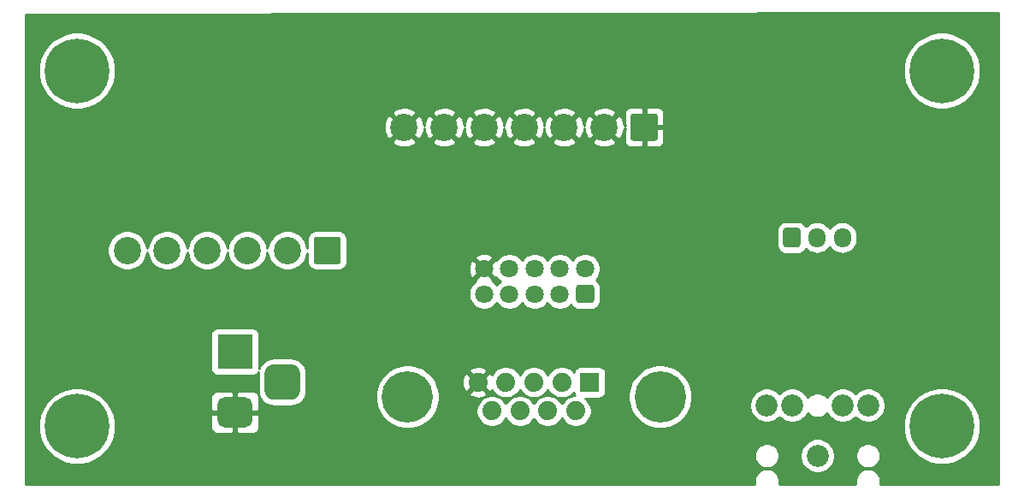
<source format=gbr>
%TF.GenerationSoftware,KiCad,Pcbnew,(5.1.9)-1*%
%TF.CreationDate,2021-04-12T00:41:26-05:00*%
%TF.ProjectId,KFChickenShim,4b464368-6963-46b6-956e-5368696d2e6b,rev?*%
%TF.SameCoordinates,Original*%
%TF.FileFunction,Copper,L2,Bot*%
%TF.FilePolarity,Positive*%
%FSLAX46Y46*%
G04 Gerber Fmt 4.6, Leading zero omitted, Abs format (unit mm)*
G04 Created by KiCad (PCBNEW (5.1.9)-1) date 2021-04-12 00:41:26*
%MOMM*%
%LPD*%
G01*
G04 APERTURE LIST*
%TA.AperFunction,ComponentPad*%
%ADD10R,3.500000X3.500000*%
%TD*%
%TA.AperFunction,ComponentPad*%
%ADD11O,1.700000X1.950000*%
%TD*%
%TA.AperFunction,ComponentPad*%
%ADD12C,1.800000*%
%TD*%
%TA.AperFunction,ComponentPad*%
%ADD13C,2.700000*%
%TD*%
%TA.AperFunction,ComponentPad*%
%ADD14R,1.879600X1.879600*%
%TD*%
%TA.AperFunction,ComponentPad*%
%ADD15C,1.879600*%
%TD*%
%TA.AperFunction,ComponentPad*%
%ADD16C,5.080000*%
%TD*%
%TA.AperFunction,ComponentPad*%
%ADD17C,2.181860*%
%TD*%
%TA.AperFunction,ComponentPad*%
%ADD18C,6.400000*%
%TD*%
%TA.AperFunction,Conductor*%
%ADD19C,0.254000*%
%TD*%
%TA.AperFunction,Conductor*%
%ADD20C,0.100000*%
%TD*%
G04 APERTURE END LIST*
%TO.P,J4,3*%
%TO.N,N/C*%
%TA.AperFunction,ComponentPad*%
G36*
G01*
X59804000Y-136195000D02*
X58054000Y-136195000D01*
G75*
G02*
X57179000Y-135320000I0J875000D01*
G01*
X57179000Y-133570000D01*
G75*
G02*
X58054000Y-132695000I875000J0D01*
G01*
X59804000Y-132695000D01*
G75*
G02*
X60679000Y-133570000I0J-875000D01*
G01*
X60679000Y-135320000D01*
G75*
G02*
X59804000Y-136195000I-875000J0D01*
G01*
G37*
%TD.AperFunction*%
%TO.P,J4,2*%
%TO.N,GND*%
%TA.AperFunction,ComponentPad*%
G36*
G01*
X55229000Y-138945000D02*
X53229000Y-138945000D01*
G75*
G02*
X52479000Y-138195000I0J750000D01*
G01*
X52479000Y-136695000D01*
G75*
G02*
X53229000Y-135945000I750000J0D01*
G01*
X55229000Y-135945000D01*
G75*
G02*
X55979000Y-136695000I0J-750000D01*
G01*
X55979000Y-138195000D01*
G75*
G02*
X55229000Y-138945000I-750000J0D01*
G01*
G37*
%TD.AperFunction*%
D10*
%TO.P,J4,1*%
%TO.N,+12V*%
X54229000Y-131445000D03*
%TD*%
D11*
%TO.P,J7,3*%
%TO.N,/AUX_LEFT*%
X114347000Y-120142000D03*
%TO.P,J7,2*%
%TO.N,/AUX_GND*%
X111847000Y-120142000D03*
%TO.P,J7,1*%
%TO.N,/AUX_RIGHT*%
%TA.AperFunction,ComponentPad*%
G36*
G01*
X108497000Y-120867000D02*
X108497000Y-119417000D01*
G75*
G02*
X108747000Y-119167000I250000J0D01*
G01*
X109947000Y-119167000D01*
G75*
G02*
X110197000Y-119417000I0J-250000D01*
G01*
X110197000Y-120867000D01*
G75*
G02*
X109947000Y-121117000I-250000J0D01*
G01*
X108747000Y-121117000D01*
G75*
G02*
X108497000Y-120867000I0J250000D01*
G01*
G37*
%TD.AperFunction*%
%TD*%
D12*
%TO.P,J5,8*%
%TO.N,Net-(J5-Pad8)*%
X81400000Y-123230000D03*
%TO.P,J5,7*%
%TO.N,Net-(J5-Pad7)*%
X81400000Y-125730000D03*
%TO.P,J5,6*%
%TO.N,/DB9_TX*%
X83900000Y-123230000D03*
%TO.P,J5,5*%
%TO.N,Net-(J5-Pad5)*%
X83900000Y-125730000D03*
%TO.P,J5,4*%
%TO.N,/DB9_RX*%
X86400000Y-123230000D03*
%TO.P,J5,3*%
%TO.N,Net-(J5-Pad3)*%
X86400000Y-125730000D03*
%TO.P,J5,2*%
%TO.N,Net-(J5-Pad2)*%
X88900000Y-123230000D03*
%TO.P,J5,1*%
%TO.N,Net-(J5-Pad1)*%
%TA.AperFunction,ComponentPad*%
G36*
G01*
X89800000Y-125100000D02*
X89800000Y-126360000D01*
G75*
G02*
X89530000Y-126630000I-270000J0D01*
G01*
X88270000Y-126630000D01*
G75*
G02*
X88000000Y-126360000I0J270000D01*
G01*
X88000000Y-125100000D01*
G75*
G02*
X88270000Y-124830000I270000J0D01*
G01*
X89530000Y-124830000D01*
G75*
G02*
X89800000Y-125100000I0J-270000D01*
G01*
G37*
%TD.AperFunction*%
%TO.P,J5,9*%
%TO.N,Net-(J5-Pad9)*%
X78900000Y-125730000D03*
%TO.P,J5,10*%
%TO.N,GND*%
X78900000Y-123230000D03*
%TD*%
D13*
%TO.P,J3,7*%
%TO.N,GND*%
X70982000Y-109220000D03*
%TO.P,J3,6*%
X74942000Y-109220000D03*
%TO.P,J3,5*%
X78902000Y-109220000D03*
%TO.P,J3,4*%
X82862000Y-109220000D03*
%TO.P,J3,3*%
X86822000Y-109220000D03*
%TO.P,J3,2*%
X90782000Y-109220000D03*
%TO.P,J3,1*%
%TA.AperFunction,ComponentPad*%
G36*
G01*
X96092000Y-108120001D02*
X96092000Y-110319999D01*
G75*
G02*
X95841999Y-110570000I-250001J0D01*
G01*
X93642001Y-110570000D01*
G75*
G02*
X93392000Y-110319999I0J250001D01*
G01*
X93392000Y-108120001D01*
G75*
G02*
X93642001Y-107870000I250001J0D01*
G01*
X95841999Y-107870000D01*
G75*
G02*
X96092000Y-108120001I0J-250001D01*
G01*
G37*
%TD.AperFunction*%
%TD*%
%TO.P,J2,6*%
%TO.N,+12V*%
X43573000Y-121412000D03*
%TO.P,J2,5*%
X47533000Y-121412000D03*
%TO.P,J2,4*%
X51493000Y-121412000D03*
%TO.P,J2,3*%
X55453000Y-121412000D03*
%TO.P,J2,2*%
X59413000Y-121412000D03*
%TO.P,J2,1*%
%TA.AperFunction,ComponentPad*%
G36*
G01*
X64723000Y-120312001D02*
X64723000Y-122511999D01*
G75*
G02*
X64472999Y-122762000I-250001J0D01*
G01*
X62273001Y-122762000D01*
G75*
G02*
X62023000Y-122511999I0J250001D01*
G01*
X62023000Y-120312001D01*
G75*
G02*
X62273001Y-120062000I250001J0D01*
G01*
X64472999Y-120062000D01*
G75*
G02*
X64723000Y-120312001I0J-250001D01*
G01*
G37*
%TD.AperFunction*%
%TD*%
D14*
%TO.P,J1,1*%
%TO.N,Net-(J1-Pad1)*%
X89359740Y-134470140D03*
D15*
%TO.P,J1,2*%
%TO.N,/DB9_RX*%
X86588600Y-134470140D03*
%TO.P,J1,3*%
%TO.N,/DB9_TX*%
X83820000Y-134470140D03*
%TO.P,J1,4*%
%TO.N,Net-(J1-Pad4)*%
X81051400Y-134470140D03*
%TO.P,J1,5*%
%TO.N,GND*%
X78280260Y-134470140D03*
%TO.P,J1,6*%
%TO.N,Net-(J1-Pad6)*%
X87967820Y-137309860D03*
%TO.P,J1,7*%
%TO.N,Net-(J1-Pad7)*%
X85199220Y-137309860D03*
%TO.P,J1,8*%
%TO.N,Net-(J1-Pad8)*%
X82440780Y-137309860D03*
%TO.P,J1,9*%
%TO.N,Net-(J1-Pad9)*%
X79672180Y-137309860D03*
D16*
%TO.P,J1,G1*%
%TO.N,N/C*%
X96319340Y-135890000D03*
%TO.P,J1,G2*%
X71320660Y-135890000D03*
%TD*%
D17*
%TO.P,J6,TSH*%
%TO.N,/AUX_LEFT*%
X114386360Y-136733280D03*
%TO.P,J6,TIP*%
X116885720Y-136733280D03*
%TO.P,J6,SLEE*%
%TO.N,/AUX_GND*%
X111887000Y-141732000D03*
%TO.P,J6,RSH*%
%TO.N,/AUX_RIGHT*%
X109387640Y-136733280D03*
%TO.P,J6,RING*%
X106888280Y-136733280D03*
%TD*%
D18*
%TO.P,H4,1*%
%TO.N,N/C*%
X124206000Y-103632000D03*
%TD*%
%TO.P,H3,1*%
%TO.N,N/C*%
X38608000Y-103632000D03*
%TD*%
%TO.P,H2,1*%
%TO.N,N/C*%
X38608000Y-138811000D03*
%TD*%
%TO.P,H1,1*%
%TO.N,N/C*%
X124206000Y-138811000D03*
%TD*%
D19*
%TO.N,GND*%
X129794000Y-144526000D02*
X118085736Y-144526000D01*
X118120160Y-144352942D01*
X118120160Y-144109778D01*
X118072721Y-143871287D01*
X117979667Y-143646633D01*
X117844572Y-143444450D01*
X117672630Y-143272508D01*
X117470447Y-143137413D01*
X117245793Y-143044359D01*
X117007302Y-142996920D01*
X116764138Y-142996920D01*
X116525647Y-143044359D01*
X116300993Y-143137413D01*
X116098810Y-143272508D01*
X115926868Y-143444450D01*
X115791773Y-143646633D01*
X115698719Y-143871287D01*
X115651280Y-144109778D01*
X115651280Y-144352942D01*
X115685704Y-144526000D01*
X108088296Y-144526000D01*
X108122720Y-144352942D01*
X108122720Y-144109778D01*
X108075281Y-143871287D01*
X107982227Y-143646633D01*
X107847132Y-143444450D01*
X107675190Y-143272508D01*
X107473007Y-143137413D01*
X107248353Y-143044359D01*
X107009862Y-142996920D01*
X106766698Y-142996920D01*
X106528207Y-143044359D01*
X106303553Y-143137413D01*
X106101370Y-143272508D01*
X105929428Y-143444450D01*
X105794333Y-143646633D01*
X105701279Y-143871287D01*
X105653840Y-144109778D01*
X105653840Y-144352942D01*
X105688264Y-144526000D01*
X33528000Y-144526000D01*
X33528000Y-138433285D01*
X34773000Y-138433285D01*
X34773000Y-139188715D01*
X34920377Y-139929628D01*
X35209467Y-140627554D01*
X35629161Y-141255670D01*
X36163330Y-141789839D01*
X36791446Y-142209533D01*
X37489372Y-142498623D01*
X38230285Y-142646000D01*
X38985715Y-142646000D01*
X39726628Y-142498623D01*
X40424554Y-142209533D01*
X41052670Y-141789839D01*
X41232091Y-141610418D01*
X105653840Y-141610418D01*
X105653840Y-141853582D01*
X105701279Y-142092073D01*
X105794333Y-142316727D01*
X105929428Y-142518910D01*
X106101370Y-142690852D01*
X106303553Y-142825947D01*
X106528207Y-142919001D01*
X106766698Y-142966440D01*
X107009862Y-142966440D01*
X107248353Y-142919001D01*
X107473007Y-142825947D01*
X107675190Y-142690852D01*
X107847132Y-142518910D01*
X107982227Y-142316727D01*
X108075281Y-142092073D01*
X108122720Y-141853582D01*
X108122720Y-141610418D01*
X108113092Y-141562011D01*
X110161070Y-141562011D01*
X110161070Y-141901989D01*
X110227397Y-142235435D01*
X110357501Y-142549534D01*
X110546383Y-142832216D01*
X110786784Y-143072617D01*
X111069466Y-143261499D01*
X111383565Y-143391603D01*
X111717011Y-143457930D01*
X112056989Y-143457930D01*
X112390435Y-143391603D01*
X112704534Y-143261499D01*
X112987216Y-143072617D01*
X113227617Y-142832216D01*
X113416499Y-142549534D01*
X113546603Y-142235435D01*
X113612930Y-141901989D01*
X113612930Y-141610418D01*
X115651280Y-141610418D01*
X115651280Y-141853582D01*
X115698719Y-142092073D01*
X115791773Y-142316727D01*
X115926868Y-142518910D01*
X116098810Y-142690852D01*
X116300993Y-142825947D01*
X116525647Y-142919001D01*
X116764138Y-142966440D01*
X117007302Y-142966440D01*
X117245793Y-142919001D01*
X117470447Y-142825947D01*
X117672630Y-142690852D01*
X117844572Y-142518910D01*
X117979667Y-142316727D01*
X118072721Y-142092073D01*
X118120160Y-141853582D01*
X118120160Y-141610418D01*
X118072721Y-141371927D01*
X117979667Y-141147273D01*
X117844572Y-140945090D01*
X117672630Y-140773148D01*
X117470447Y-140638053D01*
X117245793Y-140544999D01*
X117007302Y-140497560D01*
X116764138Y-140497560D01*
X116525647Y-140544999D01*
X116300993Y-140638053D01*
X116098810Y-140773148D01*
X115926868Y-140945090D01*
X115791773Y-141147273D01*
X115698719Y-141371927D01*
X115651280Y-141610418D01*
X113612930Y-141610418D01*
X113612930Y-141562011D01*
X113546603Y-141228565D01*
X113416499Y-140914466D01*
X113227617Y-140631784D01*
X112987216Y-140391383D01*
X112704534Y-140202501D01*
X112390435Y-140072397D01*
X112056989Y-140006070D01*
X111717011Y-140006070D01*
X111383565Y-140072397D01*
X111069466Y-140202501D01*
X110786784Y-140391383D01*
X110546383Y-140631784D01*
X110357501Y-140914466D01*
X110227397Y-141228565D01*
X110161070Y-141562011D01*
X108113092Y-141562011D01*
X108075281Y-141371927D01*
X107982227Y-141147273D01*
X107847132Y-140945090D01*
X107675190Y-140773148D01*
X107473007Y-140638053D01*
X107248353Y-140544999D01*
X107009862Y-140497560D01*
X106766698Y-140497560D01*
X106528207Y-140544999D01*
X106303553Y-140638053D01*
X106101370Y-140773148D01*
X105929428Y-140945090D01*
X105794333Y-141147273D01*
X105701279Y-141371927D01*
X105653840Y-141610418D01*
X41232091Y-141610418D01*
X41586839Y-141255670D01*
X42006533Y-140627554D01*
X42295623Y-139929628D01*
X42443000Y-139188715D01*
X42443000Y-138945000D01*
X51840928Y-138945000D01*
X51853188Y-139069482D01*
X51889498Y-139189180D01*
X51948463Y-139299494D01*
X52027815Y-139396185D01*
X52124506Y-139475537D01*
X52234820Y-139534502D01*
X52354518Y-139570812D01*
X52479000Y-139583072D01*
X53943250Y-139580000D01*
X54102000Y-139421250D01*
X54102000Y-137572000D01*
X54356000Y-137572000D01*
X54356000Y-139421250D01*
X54514750Y-139580000D01*
X55979000Y-139583072D01*
X56103482Y-139570812D01*
X56223180Y-139534502D01*
X56333494Y-139475537D01*
X56430185Y-139396185D01*
X56509537Y-139299494D01*
X56568502Y-139189180D01*
X56604812Y-139069482D01*
X56617072Y-138945000D01*
X56614000Y-137730750D01*
X56455250Y-137572000D01*
X54356000Y-137572000D01*
X54102000Y-137572000D01*
X52002750Y-137572000D01*
X51844000Y-137730750D01*
X51840928Y-138945000D01*
X42443000Y-138945000D01*
X42443000Y-138433285D01*
X42295623Y-137692372D01*
X42006533Y-136994446D01*
X41586839Y-136366330D01*
X41165509Y-135945000D01*
X51840928Y-135945000D01*
X51844000Y-137159250D01*
X52002750Y-137318000D01*
X54102000Y-137318000D01*
X54102000Y-135468750D01*
X54356000Y-135468750D01*
X54356000Y-137318000D01*
X56455250Y-137318000D01*
X56614000Y-137159250D01*
X56617072Y-135945000D01*
X56604812Y-135820518D01*
X56568502Y-135700820D01*
X56509537Y-135590506D01*
X56430185Y-135493815D01*
X56333494Y-135414463D01*
X56223180Y-135355498D01*
X56103482Y-135319188D01*
X55979000Y-135306928D01*
X54514750Y-135310000D01*
X54356000Y-135468750D01*
X54102000Y-135468750D01*
X53943250Y-135310000D01*
X52479000Y-135306928D01*
X52354518Y-135319188D01*
X52234820Y-135355498D01*
X52124506Y-135414463D01*
X52027815Y-135493815D01*
X51948463Y-135590506D01*
X51889498Y-135700820D01*
X51853188Y-135820518D01*
X51840928Y-135945000D01*
X41165509Y-135945000D01*
X41052670Y-135832161D01*
X40424554Y-135412467D01*
X39726628Y-135123377D01*
X38985715Y-134976000D01*
X38230285Y-134976000D01*
X37489372Y-135123377D01*
X36791446Y-135412467D01*
X36163330Y-135832161D01*
X35629161Y-136366330D01*
X35209467Y-136994446D01*
X34920377Y-137692372D01*
X34773000Y-138433285D01*
X33528000Y-138433285D01*
X33528000Y-129695000D01*
X51840928Y-129695000D01*
X51840928Y-133195000D01*
X51853188Y-133319482D01*
X51889498Y-133439180D01*
X51948463Y-133549494D01*
X52027815Y-133646185D01*
X52124506Y-133725537D01*
X52234820Y-133784502D01*
X52354518Y-133820812D01*
X52479000Y-133833072D01*
X55979000Y-133833072D01*
X56103482Y-133820812D01*
X56223180Y-133784502D01*
X56333494Y-133725537D01*
X56430185Y-133646185D01*
X56509537Y-133549494D01*
X56550494Y-133472869D01*
X56540928Y-133570000D01*
X56540928Y-135320000D01*
X56570001Y-135615186D01*
X56656104Y-135899028D01*
X56795927Y-136160618D01*
X56984097Y-136389903D01*
X57213382Y-136578073D01*
X57474972Y-136717896D01*
X57758814Y-136803999D01*
X58054000Y-136833072D01*
X59804000Y-136833072D01*
X60099186Y-136803999D01*
X60383028Y-136717896D01*
X60644618Y-136578073D01*
X60873903Y-136389903D01*
X61062073Y-136160618D01*
X61201896Y-135899028D01*
X61287999Y-135615186D01*
X61291731Y-135577290D01*
X68145660Y-135577290D01*
X68145660Y-136202710D01*
X68267674Y-136816113D01*
X68507012Y-137393926D01*
X68854477Y-137913944D01*
X69296716Y-138356183D01*
X69816734Y-138703648D01*
X70394547Y-138942986D01*
X71007950Y-139065000D01*
X71633370Y-139065000D01*
X72246773Y-138942986D01*
X72824586Y-138703648D01*
X73344604Y-138356183D01*
X73786843Y-137913944D01*
X74134308Y-137393926D01*
X74233375Y-137154756D01*
X78097380Y-137154756D01*
X78097380Y-137464964D01*
X78157898Y-137769212D01*
X78276610Y-138055808D01*
X78448953Y-138313737D01*
X78668303Y-138533087D01*
X78926232Y-138705430D01*
X79212828Y-138824142D01*
X79517076Y-138884660D01*
X79827284Y-138884660D01*
X80131532Y-138824142D01*
X80418128Y-138705430D01*
X80676057Y-138533087D01*
X80895407Y-138313737D01*
X81056480Y-138072675D01*
X81217553Y-138313737D01*
X81436903Y-138533087D01*
X81694832Y-138705430D01*
X81981428Y-138824142D01*
X82285676Y-138884660D01*
X82595884Y-138884660D01*
X82900132Y-138824142D01*
X83186728Y-138705430D01*
X83444657Y-138533087D01*
X83664007Y-138313737D01*
X83820000Y-138080277D01*
X83975993Y-138313737D01*
X84195343Y-138533087D01*
X84453272Y-138705430D01*
X84739868Y-138824142D01*
X85044116Y-138884660D01*
X85354324Y-138884660D01*
X85658572Y-138824142D01*
X85945168Y-138705430D01*
X86203097Y-138533087D01*
X86422447Y-138313737D01*
X86583520Y-138072675D01*
X86744593Y-138313737D01*
X86963943Y-138533087D01*
X87221872Y-138705430D01*
X87508468Y-138824142D01*
X87812716Y-138884660D01*
X88122924Y-138884660D01*
X88427172Y-138824142D01*
X88713768Y-138705430D01*
X88971697Y-138533087D01*
X89191047Y-138313737D01*
X89363390Y-138055808D01*
X89482102Y-137769212D01*
X89542620Y-137464964D01*
X89542620Y-137154756D01*
X89482102Y-136850508D01*
X89363390Y-136563912D01*
X89191047Y-136305983D01*
X88971697Y-136086633D01*
X88913897Y-136048012D01*
X90299540Y-136048012D01*
X90424022Y-136035752D01*
X90543720Y-135999442D01*
X90654034Y-135940477D01*
X90750725Y-135861125D01*
X90830077Y-135764434D01*
X90889042Y-135654120D01*
X90912348Y-135577290D01*
X93144340Y-135577290D01*
X93144340Y-136202710D01*
X93266354Y-136816113D01*
X93505692Y-137393926D01*
X93853157Y-137913944D01*
X94295396Y-138356183D01*
X94815414Y-138703648D01*
X95393227Y-138942986D01*
X96006630Y-139065000D01*
X96632050Y-139065000D01*
X97245453Y-138942986D01*
X97823266Y-138703648D01*
X98343284Y-138356183D01*
X98785523Y-137913944D01*
X99132988Y-137393926D01*
X99372326Y-136816113D01*
X99422615Y-136563291D01*
X105162350Y-136563291D01*
X105162350Y-136903269D01*
X105228677Y-137236715D01*
X105358781Y-137550814D01*
X105547663Y-137833496D01*
X105788064Y-138073897D01*
X106070746Y-138262779D01*
X106384845Y-138392883D01*
X106718291Y-138459210D01*
X107058269Y-138459210D01*
X107391715Y-138392883D01*
X107705814Y-138262779D01*
X107988496Y-138073897D01*
X108137960Y-137924433D01*
X108287424Y-138073897D01*
X108570106Y-138262779D01*
X108884205Y-138392883D01*
X109217651Y-138459210D01*
X109557629Y-138459210D01*
X109891075Y-138392883D01*
X110205174Y-138262779D01*
X110487856Y-138073897D01*
X110728257Y-137833496D01*
X110917139Y-137550814D01*
X110929333Y-137521375D01*
X111100090Y-137692132D01*
X111302273Y-137827227D01*
X111526927Y-137920281D01*
X111765418Y-137967720D01*
X112008582Y-137967720D01*
X112247073Y-137920281D01*
X112471727Y-137827227D01*
X112673910Y-137692132D01*
X112844667Y-137521375D01*
X112856861Y-137550814D01*
X113045743Y-137833496D01*
X113286144Y-138073897D01*
X113568826Y-138262779D01*
X113882925Y-138392883D01*
X114216371Y-138459210D01*
X114556349Y-138459210D01*
X114889795Y-138392883D01*
X115203894Y-138262779D01*
X115486576Y-138073897D01*
X115636040Y-137924433D01*
X115785504Y-138073897D01*
X116068186Y-138262779D01*
X116382285Y-138392883D01*
X116715731Y-138459210D01*
X117055709Y-138459210D01*
X117186041Y-138433285D01*
X120371000Y-138433285D01*
X120371000Y-139188715D01*
X120518377Y-139929628D01*
X120807467Y-140627554D01*
X121227161Y-141255670D01*
X121761330Y-141789839D01*
X122389446Y-142209533D01*
X123087372Y-142498623D01*
X123828285Y-142646000D01*
X124583715Y-142646000D01*
X125324628Y-142498623D01*
X126022554Y-142209533D01*
X126650670Y-141789839D01*
X127184839Y-141255670D01*
X127604533Y-140627554D01*
X127893623Y-139929628D01*
X128041000Y-139188715D01*
X128041000Y-138433285D01*
X127893623Y-137692372D01*
X127604533Y-136994446D01*
X127184839Y-136366330D01*
X126650670Y-135832161D01*
X126022554Y-135412467D01*
X125324628Y-135123377D01*
X124583715Y-134976000D01*
X123828285Y-134976000D01*
X123087372Y-135123377D01*
X122389446Y-135412467D01*
X121761330Y-135832161D01*
X121227161Y-136366330D01*
X120807467Y-136994446D01*
X120518377Y-137692372D01*
X120371000Y-138433285D01*
X117186041Y-138433285D01*
X117389155Y-138392883D01*
X117703254Y-138262779D01*
X117985936Y-138073897D01*
X118226337Y-137833496D01*
X118415219Y-137550814D01*
X118545323Y-137236715D01*
X118611650Y-136903269D01*
X118611650Y-136563291D01*
X118545323Y-136229845D01*
X118415219Y-135915746D01*
X118226337Y-135633064D01*
X117985936Y-135392663D01*
X117703254Y-135203781D01*
X117389155Y-135073677D01*
X117055709Y-135007350D01*
X116715731Y-135007350D01*
X116382285Y-135073677D01*
X116068186Y-135203781D01*
X115785504Y-135392663D01*
X115636040Y-135542127D01*
X115486576Y-135392663D01*
X115203894Y-135203781D01*
X114889795Y-135073677D01*
X114556349Y-135007350D01*
X114216371Y-135007350D01*
X113882925Y-135073677D01*
X113568826Y-135203781D01*
X113286144Y-135392663D01*
X113045743Y-135633064D01*
X112856861Y-135915746D01*
X112844667Y-135945185D01*
X112673910Y-135774428D01*
X112471727Y-135639333D01*
X112247073Y-135546279D01*
X112008582Y-135498840D01*
X111765418Y-135498840D01*
X111526927Y-135546279D01*
X111302273Y-135639333D01*
X111100090Y-135774428D01*
X110929333Y-135945185D01*
X110917139Y-135915746D01*
X110728257Y-135633064D01*
X110487856Y-135392663D01*
X110205174Y-135203781D01*
X109891075Y-135073677D01*
X109557629Y-135007350D01*
X109217651Y-135007350D01*
X108884205Y-135073677D01*
X108570106Y-135203781D01*
X108287424Y-135392663D01*
X108137960Y-135542127D01*
X107988496Y-135392663D01*
X107705814Y-135203781D01*
X107391715Y-135073677D01*
X107058269Y-135007350D01*
X106718291Y-135007350D01*
X106384845Y-135073677D01*
X106070746Y-135203781D01*
X105788064Y-135392663D01*
X105547663Y-135633064D01*
X105358781Y-135915746D01*
X105228677Y-136229845D01*
X105162350Y-136563291D01*
X99422615Y-136563291D01*
X99494340Y-136202710D01*
X99494340Y-135577290D01*
X99372326Y-134963887D01*
X99132988Y-134386074D01*
X98785523Y-133866056D01*
X98343284Y-133423817D01*
X97823266Y-133076352D01*
X97245453Y-132837014D01*
X96632050Y-132715000D01*
X96006630Y-132715000D01*
X95393227Y-132837014D01*
X94815414Y-133076352D01*
X94295396Y-133423817D01*
X93853157Y-133866056D01*
X93505692Y-134386074D01*
X93266354Y-134963887D01*
X93144340Y-135577290D01*
X90912348Y-135577290D01*
X90925352Y-135534422D01*
X90937612Y-135409940D01*
X90937612Y-133530340D01*
X90925352Y-133405858D01*
X90889042Y-133286160D01*
X90830077Y-133175846D01*
X90750725Y-133079155D01*
X90654034Y-132999803D01*
X90543720Y-132940838D01*
X90424022Y-132904528D01*
X90299540Y-132892268D01*
X88419940Y-132892268D01*
X88295458Y-132904528D01*
X88175760Y-132940838D01*
X88065446Y-132999803D01*
X87968755Y-133079155D01*
X87889403Y-133175846D01*
X87830438Y-133286160D01*
X87794128Y-133405858D01*
X87790299Y-133444735D01*
X87592477Y-133246913D01*
X87334548Y-133074570D01*
X87047952Y-132955858D01*
X86743704Y-132895340D01*
X86433496Y-132895340D01*
X86129248Y-132955858D01*
X85842652Y-133074570D01*
X85584723Y-133246913D01*
X85365373Y-133466263D01*
X85204300Y-133707325D01*
X85043227Y-133466263D01*
X84823877Y-133246913D01*
X84565948Y-133074570D01*
X84279352Y-132955858D01*
X83975104Y-132895340D01*
X83664896Y-132895340D01*
X83360648Y-132955858D01*
X83074052Y-133074570D01*
X82816123Y-133246913D01*
X82596773Y-133466263D01*
X82435700Y-133707325D01*
X82274627Y-133466263D01*
X82055277Y-133246913D01*
X81797348Y-133074570D01*
X81510752Y-132955858D01*
X81206504Y-132895340D01*
X80896296Y-132895340D01*
X80592048Y-132955858D01*
X80305452Y-133074570D01*
X80047523Y-133246913D01*
X79828173Y-133466263D01*
X79665316Y-133709996D01*
X79630983Y-133645763D01*
X79372736Y-133557269D01*
X78459865Y-134470140D01*
X79372736Y-135383011D01*
X79630983Y-135294517D01*
X79663388Y-135227399D01*
X79828173Y-135474017D01*
X80047523Y-135693367D01*
X80305452Y-135865710D01*
X80592048Y-135984422D01*
X80896296Y-136044940D01*
X81206504Y-136044940D01*
X81510752Y-135984422D01*
X81797348Y-135865710D01*
X82055277Y-135693367D01*
X82274627Y-135474017D01*
X82435700Y-135232955D01*
X82596773Y-135474017D01*
X82816123Y-135693367D01*
X83074052Y-135865710D01*
X83360648Y-135984422D01*
X83664896Y-136044940D01*
X83975104Y-136044940D01*
X84279352Y-135984422D01*
X84565948Y-135865710D01*
X84823877Y-135693367D01*
X85043227Y-135474017D01*
X85204300Y-135232955D01*
X85365373Y-135474017D01*
X85584723Y-135693367D01*
X85842652Y-135865710D01*
X86129248Y-135984422D01*
X86433496Y-136044940D01*
X86743704Y-136044940D01*
X87047952Y-135984422D01*
X87334548Y-135865710D01*
X87592477Y-135693367D01*
X87790299Y-135495545D01*
X87794128Y-135534422D01*
X87830438Y-135654120D01*
X87873702Y-135735060D01*
X87812716Y-135735060D01*
X87508468Y-135795578D01*
X87221872Y-135914290D01*
X86963943Y-136086633D01*
X86744593Y-136305983D01*
X86583520Y-136547045D01*
X86422447Y-136305983D01*
X86203097Y-136086633D01*
X85945168Y-135914290D01*
X85658572Y-135795578D01*
X85354324Y-135735060D01*
X85044116Y-135735060D01*
X84739868Y-135795578D01*
X84453272Y-135914290D01*
X84195343Y-136086633D01*
X83975993Y-136305983D01*
X83820000Y-136539443D01*
X83664007Y-136305983D01*
X83444657Y-136086633D01*
X83186728Y-135914290D01*
X82900132Y-135795578D01*
X82595884Y-135735060D01*
X82285676Y-135735060D01*
X81981428Y-135795578D01*
X81694832Y-135914290D01*
X81436903Y-136086633D01*
X81217553Y-136305983D01*
X81056480Y-136547045D01*
X80895407Y-136305983D01*
X80676057Y-136086633D01*
X80418128Y-135914290D01*
X80131532Y-135795578D01*
X79827284Y-135735060D01*
X79517076Y-135735060D01*
X79212828Y-135795578D01*
X78926232Y-135914290D01*
X78668303Y-136086633D01*
X78448953Y-136305983D01*
X78276610Y-136563912D01*
X78157898Y-136850508D01*
X78097380Y-137154756D01*
X74233375Y-137154756D01*
X74373646Y-136816113D01*
X74495660Y-136202710D01*
X74495660Y-135577290D01*
X74492742Y-135562616D01*
X77367389Y-135562616D01*
X77455883Y-135820863D01*
X77735236Y-135955737D01*
X78035535Y-136033521D01*
X78345237Y-136051224D01*
X78652444Y-136008167D01*
X78945346Y-135906005D01*
X79104637Y-135820863D01*
X79193131Y-135562616D01*
X78280260Y-134649745D01*
X77367389Y-135562616D01*
X74492742Y-135562616D01*
X74373646Y-134963887D01*
X74196044Y-134535117D01*
X76699176Y-134535117D01*
X76742233Y-134842324D01*
X76844395Y-135135226D01*
X76929537Y-135294517D01*
X77187784Y-135383011D01*
X78100655Y-134470140D01*
X77187784Y-133557269D01*
X76929537Y-133645763D01*
X76794663Y-133925116D01*
X76716879Y-134225415D01*
X76699176Y-134535117D01*
X74196044Y-134535117D01*
X74134308Y-134386074D01*
X73786843Y-133866056D01*
X73344604Y-133423817D01*
X73275532Y-133377664D01*
X77367389Y-133377664D01*
X78280260Y-134290535D01*
X79193131Y-133377664D01*
X79104637Y-133119417D01*
X78825284Y-132984543D01*
X78524985Y-132906759D01*
X78215283Y-132889056D01*
X77908076Y-132932113D01*
X77615174Y-133034275D01*
X77455883Y-133119417D01*
X77367389Y-133377664D01*
X73275532Y-133377664D01*
X72824586Y-133076352D01*
X72246773Y-132837014D01*
X71633370Y-132715000D01*
X71007950Y-132715000D01*
X70394547Y-132837014D01*
X69816734Y-133076352D01*
X69296716Y-133423817D01*
X68854477Y-133866056D01*
X68507012Y-134386074D01*
X68267674Y-134963887D01*
X68145660Y-135577290D01*
X61291731Y-135577290D01*
X61317072Y-135320000D01*
X61317072Y-133570000D01*
X61287999Y-133274814D01*
X61201896Y-132990972D01*
X61062073Y-132729382D01*
X60873903Y-132500097D01*
X60644618Y-132311927D01*
X60383028Y-132172104D01*
X60099186Y-132086001D01*
X59804000Y-132056928D01*
X58054000Y-132056928D01*
X57758814Y-132086001D01*
X57474972Y-132172104D01*
X57213382Y-132311927D01*
X56984097Y-132500097D01*
X56795927Y-132729382D01*
X56656104Y-132990972D01*
X56617072Y-133119643D01*
X56617072Y-129695000D01*
X56604812Y-129570518D01*
X56568502Y-129450820D01*
X56509537Y-129340506D01*
X56430185Y-129243815D01*
X56333494Y-129164463D01*
X56223180Y-129105498D01*
X56103482Y-129069188D01*
X55979000Y-129056928D01*
X52479000Y-129056928D01*
X52354518Y-129069188D01*
X52234820Y-129105498D01*
X52124506Y-129164463D01*
X52027815Y-129243815D01*
X51948463Y-129340506D01*
X51889498Y-129450820D01*
X51853188Y-129570518D01*
X51840928Y-129695000D01*
X33528000Y-129695000D01*
X33528000Y-125578816D01*
X77365000Y-125578816D01*
X77365000Y-125881184D01*
X77423989Y-126177743D01*
X77539701Y-126457095D01*
X77707688Y-126708505D01*
X77921495Y-126922312D01*
X78172905Y-127090299D01*
X78452257Y-127206011D01*
X78748816Y-127265000D01*
X79051184Y-127265000D01*
X79347743Y-127206011D01*
X79627095Y-127090299D01*
X79878505Y-126922312D01*
X80092312Y-126708505D01*
X80150000Y-126622169D01*
X80207688Y-126708505D01*
X80421495Y-126922312D01*
X80672905Y-127090299D01*
X80952257Y-127206011D01*
X81248816Y-127265000D01*
X81551184Y-127265000D01*
X81847743Y-127206011D01*
X82127095Y-127090299D01*
X82378505Y-126922312D01*
X82592312Y-126708505D01*
X82650000Y-126622169D01*
X82707688Y-126708505D01*
X82921495Y-126922312D01*
X83172905Y-127090299D01*
X83452257Y-127206011D01*
X83748816Y-127265000D01*
X84051184Y-127265000D01*
X84347743Y-127206011D01*
X84627095Y-127090299D01*
X84878505Y-126922312D01*
X85092312Y-126708505D01*
X85150000Y-126622169D01*
X85207688Y-126708505D01*
X85421495Y-126922312D01*
X85672905Y-127090299D01*
X85952257Y-127206011D01*
X86248816Y-127265000D01*
X86551184Y-127265000D01*
X86847743Y-127206011D01*
X87127095Y-127090299D01*
X87378505Y-126922312D01*
X87487571Y-126813246D01*
X87514966Y-126864498D01*
X87627896Y-127002104D01*
X87765502Y-127115034D01*
X87922496Y-127198949D01*
X88092844Y-127250624D01*
X88270000Y-127268072D01*
X89530000Y-127268072D01*
X89707156Y-127250624D01*
X89877504Y-127198949D01*
X90034498Y-127115034D01*
X90172104Y-127002104D01*
X90285034Y-126864498D01*
X90368949Y-126707504D01*
X90420624Y-126537156D01*
X90438072Y-126360000D01*
X90438072Y-125100000D01*
X90420624Y-124922844D01*
X90368949Y-124752496D01*
X90285034Y-124595502D01*
X90172104Y-124457896D01*
X90034498Y-124344966D01*
X89983246Y-124317571D01*
X90092312Y-124208505D01*
X90260299Y-123957095D01*
X90376011Y-123677743D01*
X90435000Y-123381184D01*
X90435000Y-123078816D01*
X90376011Y-122782257D01*
X90260299Y-122502905D01*
X90092312Y-122251495D01*
X89878505Y-122037688D01*
X89627095Y-121869701D01*
X89347743Y-121753989D01*
X89051184Y-121695000D01*
X88748816Y-121695000D01*
X88452257Y-121753989D01*
X88172905Y-121869701D01*
X87921495Y-122037688D01*
X87707688Y-122251495D01*
X87650000Y-122337831D01*
X87592312Y-122251495D01*
X87378505Y-122037688D01*
X87127095Y-121869701D01*
X86847743Y-121753989D01*
X86551184Y-121695000D01*
X86248816Y-121695000D01*
X85952257Y-121753989D01*
X85672905Y-121869701D01*
X85421495Y-122037688D01*
X85207688Y-122251495D01*
X85150000Y-122337831D01*
X85092312Y-122251495D01*
X84878505Y-122037688D01*
X84627095Y-121869701D01*
X84347743Y-121753989D01*
X84051184Y-121695000D01*
X83748816Y-121695000D01*
X83452257Y-121753989D01*
X83172905Y-121869701D01*
X82921495Y-122037688D01*
X82707688Y-122251495D01*
X82650000Y-122337831D01*
X82592312Y-122251495D01*
X82378505Y-122037688D01*
X82127095Y-121869701D01*
X81847743Y-121753989D01*
X81551184Y-121695000D01*
X81248816Y-121695000D01*
X80952257Y-121753989D01*
X80672905Y-121869701D01*
X80421495Y-122037688D01*
X80207688Y-122251495D01*
X80112262Y-122394310D01*
X79964080Y-122345525D01*
X79079605Y-123230000D01*
X79964080Y-124114475D01*
X80112262Y-124065690D01*
X80207688Y-124208505D01*
X80421495Y-124422312D01*
X80507831Y-124480000D01*
X80421495Y-124537688D01*
X80207688Y-124751495D01*
X80150000Y-124837831D01*
X80092312Y-124751495D01*
X79878505Y-124537688D01*
X79735690Y-124442262D01*
X79784475Y-124294080D01*
X78900000Y-123409605D01*
X78015525Y-124294080D01*
X78064310Y-124442262D01*
X77921495Y-124537688D01*
X77707688Y-124751495D01*
X77539701Y-125002905D01*
X77423989Y-125282257D01*
X77365000Y-125578816D01*
X33528000Y-125578816D01*
X33528000Y-121216495D01*
X41588000Y-121216495D01*
X41588000Y-121607505D01*
X41664282Y-121991003D01*
X41813915Y-122352250D01*
X42031149Y-122677364D01*
X42307636Y-122953851D01*
X42632750Y-123171085D01*
X42993997Y-123320718D01*
X43377495Y-123397000D01*
X43768505Y-123397000D01*
X44152003Y-123320718D01*
X44513250Y-123171085D01*
X44838364Y-122953851D01*
X45114851Y-122677364D01*
X45332085Y-122352250D01*
X45481718Y-121991003D01*
X45553000Y-121632642D01*
X45624282Y-121991003D01*
X45773915Y-122352250D01*
X45991149Y-122677364D01*
X46267636Y-122953851D01*
X46592750Y-123171085D01*
X46953997Y-123320718D01*
X47337495Y-123397000D01*
X47728505Y-123397000D01*
X48112003Y-123320718D01*
X48473250Y-123171085D01*
X48798364Y-122953851D01*
X49074851Y-122677364D01*
X49292085Y-122352250D01*
X49441718Y-121991003D01*
X49513000Y-121632642D01*
X49584282Y-121991003D01*
X49733915Y-122352250D01*
X49951149Y-122677364D01*
X50227636Y-122953851D01*
X50552750Y-123171085D01*
X50913997Y-123320718D01*
X51297495Y-123397000D01*
X51688505Y-123397000D01*
X52072003Y-123320718D01*
X52433250Y-123171085D01*
X52758364Y-122953851D01*
X53034851Y-122677364D01*
X53252085Y-122352250D01*
X53401718Y-121991003D01*
X53473000Y-121632642D01*
X53544282Y-121991003D01*
X53693915Y-122352250D01*
X53911149Y-122677364D01*
X54187636Y-122953851D01*
X54512750Y-123171085D01*
X54873997Y-123320718D01*
X55257495Y-123397000D01*
X55648505Y-123397000D01*
X56032003Y-123320718D01*
X56393250Y-123171085D01*
X56718364Y-122953851D01*
X56994851Y-122677364D01*
X57212085Y-122352250D01*
X57361718Y-121991003D01*
X57433000Y-121632642D01*
X57504282Y-121991003D01*
X57653915Y-122352250D01*
X57871149Y-122677364D01*
X58147636Y-122953851D01*
X58472750Y-123171085D01*
X58833997Y-123320718D01*
X59217495Y-123397000D01*
X59608505Y-123397000D01*
X59992003Y-123320718D01*
X60353250Y-123171085D01*
X60678364Y-122953851D01*
X60954851Y-122677364D01*
X61172085Y-122352250D01*
X61321718Y-121991003D01*
X61384928Y-121673223D01*
X61384928Y-122511999D01*
X61401992Y-122685253D01*
X61452529Y-122851850D01*
X61534595Y-123005386D01*
X61645039Y-123139961D01*
X61779614Y-123250405D01*
X61933150Y-123332471D01*
X62099747Y-123383008D01*
X62273001Y-123400072D01*
X64472999Y-123400072D01*
X64646253Y-123383008D01*
X64812850Y-123332471D01*
X64880048Y-123296553D01*
X77359009Y-123296553D01*
X77401603Y-123595907D01*
X77501778Y-123881199D01*
X77581739Y-124030792D01*
X77835920Y-124114475D01*
X78720395Y-123230000D01*
X77835920Y-122345525D01*
X77581739Y-122429208D01*
X77450842Y-122701775D01*
X77375635Y-122994642D01*
X77359009Y-123296553D01*
X64880048Y-123296553D01*
X64966386Y-123250405D01*
X65100961Y-123139961D01*
X65211405Y-123005386D01*
X65293471Y-122851850D01*
X65344008Y-122685253D01*
X65361072Y-122511999D01*
X65361072Y-122165920D01*
X78015525Y-122165920D01*
X78900000Y-123050395D01*
X79784475Y-122165920D01*
X79700792Y-121911739D01*
X79428225Y-121780842D01*
X79135358Y-121705635D01*
X78833447Y-121689009D01*
X78534093Y-121731603D01*
X78248801Y-121831778D01*
X78099208Y-121911739D01*
X78015525Y-122165920D01*
X65361072Y-122165920D01*
X65361072Y-120312001D01*
X65344008Y-120138747D01*
X65293471Y-119972150D01*
X65211405Y-119818614D01*
X65100961Y-119684039D01*
X64966386Y-119573595D01*
X64812850Y-119491529D01*
X64646253Y-119440992D01*
X64472999Y-119423928D01*
X62273001Y-119423928D01*
X62099747Y-119440992D01*
X61933150Y-119491529D01*
X61779614Y-119573595D01*
X61645039Y-119684039D01*
X61534595Y-119818614D01*
X61452529Y-119972150D01*
X61401992Y-120138747D01*
X61384928Y-120312001D01*
X61384928Y-121150777D01*
X61321718Y-120832997D01*
X61172085Y-120471750D01*
X60954851Y-120146636D01*
X60678364Y-119870149D01*
X60353250Y-119652915D01*
X59992003Y-119503282D01*
X59608505Y-119427000D01*
X59217495Y-119427000D01*
X58833997Y-119503282D01*
X58472750Y-119652915D01*
X58147636Y-119870149D01*
X57871149Y-120146636D01*
X57653915Y-120471750D01*
X57504282Y-120832997D01*
X57433000Y-121191358D01*
X57361718Y-120832997D01*
X57212085Y-120471750D01*
X56994851Y-120146636D01*
X56718364Y-119870149D01*
X56393250Y-119652915D01*
X56032003Y-119503282D01*
X55648505Y-119427000D01*
X55257495Y-119427000D01*
X54873997Y-119503282D01*
X54512750Y-119652915D01*
X54187636Y-119870149D01*
X53911149Y-120146636D01*
X53693915Y-120471750D01*
X53544282Y-120832997D01*
X53473000Y-121191358D01*
X53401718Y-120832997D01*
X53252085Y-120471750D01*
X53034851Y-120146636D01*
X52758364Y-119870149D01*
X52433250Y-119652915D01*
X52072003Y-119503282D01*
X51688505Y-119427000D01*
X51297495Y-119427000D01*
X50913997Y-119503282D01*
X50552750Y-119652915D01*
X50227636Y-119870149D01*
X49951149Y-120146636D01*
X49733915Y-120471750D01*
X49584282Y-120832997D01*
X49513000Y-121191358D01*
X49441718Y-120832997D01*
X49292085Y-120471750D01*
X49074851Y-120146636D01*
X48798364Y-119870149D01*
X48473250Y-119652915D01*
X48112003Y-119503282D01*
X47728505Y-119427000D01*
X47337495Y-119427000D01*
X46953997Y-119503282D01*
X46592750Y-119652915D01*
X46267636Y-119870149D01*
X45991149Y-120146636D01*
X45773915Y-120471750D01*
X45624282Y-120832997D01*
X45553000Y-121191358D01*
X45481718Y-120832997D01*
X45332085Y-120471750D01*
X45114851Y-120146636D01*
X44838364Y-119870149D01*
X44513250Y-119652915D01*
X44152003Y-119503282D01*
X43768505Y-119427000D01*
X43377495Y-119427000D01*
X42993997Y-119503282D01*
X42632750Y-119652915D01*
X42307636Y-119870149D01*
X42031149Y-120146636D01*
X41813915Y-120471750D01*
X41664282Y-120832997D01*
X41588000Y-121216495D01*
X33528000Y-121216495D01*
X33528000Y-119417000D01*
X107858928Y-119417000D01*
X107858928Y-120867000D01*
X107875992Y-121040254D01*
X107926528Y-121206850D01*
X108008595Y-121360386D01*
X108119038Y-121494962D01*
X108253614Y-121605405D01*
X108407150Y-121687472D01*
X108573746Y-121738008D01*
X108747000Y-121755072D01*
X109947000Y-121755072D01*
X110120254Y-121738008D01*
X110286850Y-121687472D01*
X110440386Y-121605405D01*
X110574962Y-121494962D01*
X110685405Y-121360386D01*
X110739777Y-121258663D01*
X110791866Y-121322134D01*
X111017987Y-121507706D01*
X111275967Y-121645599D01*
X111555890Y-121730513D01*
X111847000Y-121759185D01*
X112138111Y-121730513D01*
X112418034Y-121645599D01*
X112676014Y-121507706D01*
X112902134Y-121322134D01*
X113087706Y-121096014D01*
X113097000Y-121078626D01*
X113106294Y-121096014D01*
X113291866Y-121322134D01*
X113517987Y-121507706D01*
X113775967Y-121645599D01*
X114055890Y-121730513D01*
X114347000Y-121759185D01*
X114638111Y-121730513D01*
X114918034Y-121645599D01*
X115176014Y-121507706D01*
X115402134Y-121322134D01*
X115587706Y-121096014D01*
X115725599Y-120838033D01*
X115810513Y-120558110D01*
X115832000Y-120339949D01*
X115832000Y-119944050D01*
X115810513Y-119725889D01*
X115725599Y-119445966D01*
X115587706Y-119187986D01*
X115402134Y-118961866D01*
X115176013Y-118776294D01*
X114918033Y-118638401D01*
X114638110Y-118553487D01*
X114347000Y-118524815D01*
X114055889Y-118553487D01*
X113775966Y-118638401D01*
X113517986Y-118776294D01*
X113291866Y-118961866D01*
X113106294Y-119187987D01*
X113097000Y-119205374D01*
X113087706Y-119187986D01*
X112902134Y-118961866D01*
X112676013Y-118776294D01*
X112418033Y-118638401D01*
X112138110Y-118553487D01*
X111847000Y-118524815D01*
X111555889Y-118553487D01*
X111275966Y-118638401D01*
X111017986Y-118776294D01*
X110791866Y-118961866D01*
X110739777Y-119025337D01*
X110685405Y-118923614D01*
X110574962Y-118789038D01*
X110440386Y-118678595D01*
X110286850Y-118596528D01*
X110120254Y-118545992D01*
X109947000Y-118528928D01*
X108747000Y-118528928D01*
X108573746Y-118545992D01*
X108407150Y-118596528D01*
X108253614Y-118678595D01*
X108119038Y-118789038D01*
X108008595Y-118923614D01*
X107926528Y-119077150D01*
X107875992Y-119243746D01*
X107858928Y-119417000D01*
X33528000Y-119417000D01*
X33528000Y-110604838D01*
X69776767Y-110604838D01*
X69914724Y-110905044D01*
X70263967Y-111080882D01*
X70640804Y-111185207D01*
X71030753Y-111214009D01*
X71418828Y-111166184D01*
X71790116Y-111043568D01*
X72049276Y-110905044D01*
X72187233Y-110604838D01*
X73736767Y-110604838D01*
X73874724Y-110905044D01*
X74223967Y-111080882D01*
X74600804Y-111185207D01*
X74990753Y-111214009D01*
X75378828Y-111166184D01*
X75750116Y-111043568D01*
X76009276Y-110905044D01*
X76147233Y-110604838D01*
X77696767Y-110604838D01*
X77834724Y-110905044D01*
X78183967Y-111080882D01*
X78560804Y-111185207D01*
X78950753Y-111214009D01*
X79338828Y-111166184D01*
X79710116Y-111043568D01*
X79969276Y-110905044D01*
X80107233Y-110604838D01*
X81656767Y-110604838D01*
X81794724Y-110905044D01*
X82143967Y-111080882D01*
X82520804Y-111185207D01*
X82910753Y-111214009D01*
X83298828Y-111166184D01*
X83670116Y-111043568D01*
X83929276Y-110905044D01*
X84067233Y-110604838D01*
X85616767Y-110604838D01*
X85754724Y-110905044D01*
X86103967Y-111080882D01*
X86480804Y-111185207D01*
X86870753Y-111214009D01*
X87258828Y-111166184D01*
X87630116Y-111043568D01*
X87889276Y-110905044D01*
X88027233Y-110604838D01*
X89576767Y-110604838D01*
X89714724Y-110905044D01*
X90063967Y-111080882D01*
X90440804Y-111185207D01*
X90830753Y-111214009D01*
X91218828Y-111166184D01*
X91590116Y-111043568D01*
X91849276Y-110905044D01*
X91987233Y-110604838D01*
X90782000Y-109399605D01*
X89576767Y-110604838D01*
X88027233Y-110604838D01*
X86822000Y-109399605D01*
X85616767Y-110604838D01*
X84067233Y-110604838D01*
X82862000Y-109399605D01*
X81656767Y-110604838D01*
X80107233Y-110604838D01*
X78902000Y-109399605D01*
X77696767Y-110604838D01*
X76147233Y-110604838D01*
X74942000Y-109399605D01*
X73736767Y-110604838D01*
X72187233Y-110604838D01*
X70982000Y-109399605D01*
X69776767Y-110604838D01*
X33528000Y-110604838D01*
X33528000Y-109268753D01*
X68987991Y-109268753D01*
X69035816Y-109656828D01*
X69158432Y-110028116D01*
X69296956Y-110287276D01*
X69597162Y-110425233D01*
X70802395Y-109220000D01*
X71161605Y-109220000D01*
X72366838Y-110425233D01*
X72667044Y-110287276D01*
X72842882Y-109938033D01*
X72947207Y-109561196D01*
X72961006Y-109374366D01*
X72995816Y-109656828D01*
X73118432Y-110028116D01*
X73256956Y-110287276D01*
X73557162Y-110425233D01*
X74762395Y-109220000D01*
X75121605Y-109220000D01*
X76326838Y-110425233D01*
X76627044Y-110287276D01*
X76802882Y-109938033D01*
X76907207Y-109561196D01*
X76921006Y-109374366D01*
X76955816Y-109656828D01*
X77078432Y-110028116D01*
X77216956Y-110287276D01*
X77517162Y-110425233D01*
X78722395Y-109220000D01*
X79081605Y-109220000D01*
X80286838Y-110425233D01*
X80587044Y-110287276D01*
X80762882Y-109938033D01*
X80867207Y-109561196D01*
X80881006Y-109374366D01*
X80915816Y-109656828D01*
X81038432Y-110028116D01*
X81176956Y-110287276D01*
X81477162Y-110425233D01*
X82682395Y-109220000D01*
X83041605Y-109220000D01*
X84246838Y-110425233D01*
X84547044Y-110287276D01*
X84722882Y-109938033D01*
X84827207Y-109561196D01*
X84841006Y-109374366D01*
X84875816Y-109656828D01*
X84998432Y-110028116D01*
X85136956Y-110287276D01*
X85437162Y-110425233D01*
X86642395Y-109220000D01*
X87001605Y-109220000D01*
X88206838Y-110425233D01*
X88507044Y-110287276D01*
X88682882Y-109938033D01*
X88787207Y-109561196D01*
X88801006Y-109374366D01*
X88835816Y-109656828D01*
X88958432Y-110028116D01*
X89096956Y-110287276D01*
X89397162Y-110425233D01*
X90602395Y-109220000D01*
X90961605Y-109220000D01*
X92166838Y-110425233D01*
X92467044Y-110287276D01*
X92642882Y-109938033D01*
X92747207Y-109561196D01*
X92763028Y-109347002D01*
X92915748Y-109347002D01*
X92757000Y-109505750D01*
X92753928Y-110570000D01*
X92766188Y-110694482D01*
X92802498Y-110814180D01*
X92861463Y-110924494D01*
X92940815Y-111021185D01*
X93037506Y-111100537D01*
X93147820Y-111159502D01*
X93267518Y-111195812D01*
X93392000Y-111208072D01*
X94456250Y-111205000D01*
X94615000Y-111046250D01*
X94615000Y-109347000D01*
X94869000Y-109347000D01*
X94869000Y-111046250D01*
X95027750Y-111205000D01*
X96092000Y-111208072D01*
X96216482Y-111195812D01*
X96336180Y-111159502D01*
X96446494Y-111100537D01*
X96543185Y-111021185D01*
X96622537Y-110924494D01*
X96681502Y-110814180D01*
X96717812Y-110694482D01*
X96730072Y-110570000D01*
X96727000Y-109505750D01*
X96568250Y-109347000D01*
X94869000Y-109347000D01*
X94615000Y-109347000D01*
X94595000Y-109347000D01*
X94595000Y-109093000D01*
X94615000Y-109093000D01*
X94615000Y-107393750D01*
X94869000Y-107393750D01*
X94869000Y-109093000D01*
X96568250Y-109093000D01*
X96727000Y-108934250D01*
X96730072Y-107870000D01*
X96717812Y-107745518D01*
X96681502Y-107625820D01*
X96622537Y-107515506D01*
X96543185Y-107418815D01*
X96446494Y-107339463D01*
X96336180Y-107280498D01*
X96216482Y-107244188D01*
X96092000Y-107231928D01*
X95027750Y-107235000D01*
X94869000Y-107393750D01*
X94615000Y-107393750D01*
X94456250Y-107235000D01*
X93392000Y-107231928D01*
X93267518Y-107244188D01*
X93147820Y-107280498D01*
X93037506Y-107339463D01*
X92940815Y-107418815D01*
X92861463Y-107515506D01*
X92802498Y-107625820D01*
X92766188Y-107745518D01*
X92753928Y-107870000D01*
X92757000Y-108934250D01*
X92915748Y-109092998D01*
X92766366Y-109092998D01*
X92728184Y-108783172D01*
X92605568Y-108411884D01*
X92467044Y-108152724D01*
X92166838Y-108014767D01*
X90961605Y-109220000D01*
X90602395Y-109220000D01*
X89397162Y-108014767D01*
X89096956Y-108152724D01*
X88921118Y-108501967D01*
X88816793Y-108878804D01*
X88802994Y-109065634D01*
X88768184Y-108783172D01*
X88645568Y-108411884D01*
X88507044Y-108152724D01*
X88206838Y-108014767D01*
X87001605Y-109220000D01*
X86642395Y-109220000D01*
X85437162Y-108014767D01*
X85136956Y-108152724D01*
X84961118Y-108501967D01*
X84856793Y-108878804D01*
X84842994Y-109065634D01*
X84808184Y-108783172D01*
X84685568Y-108411884D01*
X84547044Y-108152724D01*
X84246838Y-108014767D01*
X83041605Y-109220000D01*
X82682395Y-109220000D01*
X81477162Y-108014767D01*
X81176956Y-108152724D01*
X81001118Y-108501967D01*
X80896793Y-108878804D01*
X80882994Y-109065634D01*
X80848184Y-108783172D01*
X80725568Y-108411884D01*
X80587044Y-108152724D01*
X80286838Y-108014767D01*
X79081605Y-109220000D01*
X78722395Y-109220000D01*
X77517162Y-108014767D01*
X77216956Y-108152724D01*
X77041118Y-108501967D01*
X76936793Y-108878804D01*
X76922994Y-109065634D01*
X76888184Y-108783172D01*
X76765568Y-108411884D01*
X76627044Y-108152724D01*
X76326838Y-108014767D01*
X75121605Y-109220000D01*
X74762395Y-109220000D01*
X73557162Y-108014767D01*
X73256956Y-108152724D01*
X73081118Y-108501967D01*
X72976793Y-108878804D01*
X72962994Y-109065634D01*
X72928184Y-108783172D01*
X72805568Y-108411884D01*
X72667044Y-108152724D01*
X72366838Y-108014767D01*
X71161605Y-109220000D01*
X70802395Y-109220000D01*
X69597162Y-108014767D01*
X69296956Y-108152724D01*
X69121118Y-108501967D01*
X69016793Y-108878804D01*
X68987991Y-109268753D01*
X33528000Y-109268753D01*
X33528000Y-107835162D01*
X69776767Y-107835162D01*
X70982000Y-109040395D01*
X72187233Y-107835162D01*
X73736767Y-107835162D01*
X74942000Y-109040395D01*
X76147233Y-107835162D01*
X77696767Y-107835162D01*
X78902000Y-109040395D01*
X80107233Y-107835162D01*
X81656767Y-107835162D01*
X82862000Y-109040395D01*
X84067233Y-107835162D01*
X85616767Y-107835162D01*
X86822000Y-109040395D01*
X88027233Y-107835162D01*
X89576767Y-107835162D01*
X90782000Y-109040395D01*
X91987233Y-107835162D01*
X91849276Y-107534956D01*
X91500033Y-107359118D01*
X91123196Y-107254793D01*
X90733247Y-107225991D01*
X90345172Y-107273816D01*
X89973884Y-107396432D01*
X89714724Y-107534956D01*
X89576767Y-107835162D01*
X88027233Y-107835162D01*
X87889276Y-107534956D01*
X87540033Y-107359118D01*
X87163196Y-107254793D01*
X86773247Y-107225991D01*
X86385172Y-107273816D01*
X86013884Y-107396432D01*
X85754724Y-107534956D01*
X85616767Y-107835162D01*
X84067233Y-107835162D01*
X83929276Y-107534956D01*
X83580033Y-107359118D01*
X83203196Y-107254793D01*
X82813247Y-107225991D01*
X82425172Y-107273816D01*
X82053884Y-107396432D01*
X81794724Y-107534956D01*
X81656767Y-107835162D01*
X80107233Y-107835162D01*
X79969276Y-107534956D01*
X79620033Y-107359118D01*
X79243196Y-107254793D01*
X78853247Y-107225991D01*
X78465172Y-107273816D01*
X78093884Y-107396432D01*
X77834724Y-107534956D01*
X77696767Y-107835162D01*
X76147233Y-107835162D01*
X76009276Y-107534956D01*
X75660033Y-107359118D01*
X75283196Y-107254793D01*
X74893247Y-107225991D01*
X74505172Y-107273816D01*
X74133884Y-107396432D01*
X73874724Y-107534956D01*
X73736767Y-107835162D01*
X72187233Y-107835162D01*
X72049276Y-107534956D01*
X71700033Y-107359118D01*
X71323196Y-107254793D01*
X70933247Y-107225991D01*
X70545172Y-107273816D01*
X70173884Y-107396432D01*
X69914724Y-107534956D01*
X69776767Y-107835162D01*
X33528000Y-107835162D01*
X33528000Y-103254285D01*
X34773000Y-103254285D01*
X34773000Y-104009715D01*
X34920377Y-104750628D01*
X35209467Y-105448554D01*
X35629161Y-106076670D01*
X36163330Y-106610839D01*
X36791446Y-107030533D01*
X37489372Y-107319623D01*
X38230285Y-107467000D01*
X38985715Y-107467000D01*
X39726628Y-107319623D01*
X40424554Y-107030533D01*
X41052670Y-106610839D01*
X41586839Y-106076670D01*
X42006533Y-105448554D01*
X42295623Y-104750628D01*
X42443000Y-104009715D01*
X42443000Y-103254285D01*
X120371000Y-103254285D01*
X120371000Y-104009715D01*
X120518377Y-104750628D01*
X120807467Y-105448554D01*
X121227161Y-106076670D01*
X121761330Y-106610839D01*
X122389446Y-107030533D01*
X123087372Y-107319623D01*
X123828285Y-107467000D01*
X124583715Y-107467000D01*
X125324628Y-107319623D01*
X126022554Y-107030533D01*
X126650670Y-106610839D01*
X127184839Y-106076670D01*
X127604533Y-105448554D01*
X127893623Y-104750628D01*
X128041000Y-104009715D01*
X128041000Y-103254285D01*
X127893623Y-102513372D01*
X127604533Y-101815446D01*
X127184839Y-101187330D01*
X126650670Y-100653161D01*
X126022554Y-100233467D01*
X125324628Y-99944377D01*
X124583715Y-99797000D01*
X123828285Y-99797000D01*
X123087372Y-99944377D01*
X122389446Y-100233467D01*
X121761330Y-100653161D01*
X121227161Y-101187330D01*
X120807467Y-101815446D01*
X120518377Y-102513372D01*
X120371000Y-103254285D01*
X42443000Y-103254285D01*
X42295623Y-102513372D01*
X42006533Y-101815446D01*
X41586839Y-101187330D01*
X41052670Y-100653161D01*
X40424554Y-100233467D01*
X39726628Y-99944377D01*
X38985715Y-99797000D01*
X38230285Y-99797000D01*
X37489372Y-99944377D01*
X36791446Y-100233467D01*
X36163330Y-100653161D01*
X35629161Y-101187330D01*
X35209467Y-101815446D01*
X34920377Y-102513372D01*
X34773000Y-103254285D01*
X33528000Y-103254285D01*
X33528000Y-98043833D01*
X129794000Y-97917167D01*
X129794000Y-144526000D01*
%TA.AperFunction,Conductor*%
D20*
G36*
X129794000Y-144526000D02*
G01*
X118085736Y-144526000D01*
X118120160Y-144352942D01*
X118120160Y-144109778D01*
X118072721Y-143871287D01*
X117979667Y-143646633D01*
X117844572Y-143444450D01*
X117672630Y-143272508D01*
X117470447Y-143137413D01*
X117245793Y-143044359D01*
X117007302Y-142996920D01*
X116764138Y-142996920D01*
X116525647Y-143044359D01*
X116300993Y-143137413D01*
X116098810Y-143272508D01*
X115926868Y-143444450D01*
X115791773Y-143646633D01*
X115698719Y-143871287D01*
X115651280Y-144109778D01*
X115651280Y-144352942D01*
X115685704Y-144526000D01*
X108088296Y-144526000D01*
X108122720Y-144352942D01*
X108122720Y-144109778D01*
X108075281Y-143871287D01*
X107982227Y-143646633D01*
X107847132Y-143444450D01*
X107675190Y-143272508D01*
X107473007Y-143137413D01*
X107248353Y-143044359D01*
X107009862Y-142996920D01*
X106766698Y-142996920D01*
X106528207Y-143044359D01*
X106303553Y-143137413D01*
X106101370Y-143272508D01*
X105929428Y-143444450D01*
X105794333Y-143646633D01*
X105701279Y-143871287D01*
X105653840Y-144109778D01*
X105653840Y-144352942D01*
X105688264Y-144526000D01*
X33528000Y-144526000D01*
X33528000Y-138433285D01*
X34773000Y-138433285D01*
X34773000Y-139188715D01*
X34920377Y-139929628D01*
X35209467Y-140627554D01*
X35629161Y-141255670D01*
X36163330Y-141789839D01*
X36791446Y-142209533D01*
X37489372Y-142498623D01*
X38230285Y-142646000D01*
X38985715Y-142646000D01*
X39726628Y-142498623D01*
X40424554Y-142209533D01*
X41052670Y-141789839D01*
X41232091Y-141610418D01*
X105653840Y-141610418D01*
X105653840Y-141853582D01*
X105701279Y-142092073D01*
X105794333Y-142316727D01*
X105929428Y-142518910D01*
X106101370Y-142690852D01*
X106303553Y-142825947D01*
X106528207Y-142919001D01*
X106766698Y-142966440D01*
X107009862Y-142966440D01*
X107248353Y-142919001D01*
X107473007Y-142825947D01*
X107675190Y-142690852D01*
X107847132Y-142518910D01*
X107982227Y-142316727D01*
X108075281Y-142092073D01*
X108122720Y-141853582D01*
X108122720Y-141610418D01*
X108113092Y-141562011D01*
X110161070Y-141562011D01*
X110161070Y-141901989D01*
X110227397Y-142235435D01*
X110357501Y-142549534D01*
X110546383Y-142832216D01*
X110786784Y-143072617D01*
X111069466Y-143261499D01*
X111383565Y-143391603D01*
X111717011Y-143457930D01*
X112056989Y-143457930D01*
X112390435Y-143391603D01*
X112704534Y-143261499D01*
X112987216Y-143072617D01*
X113227617Y-142832216D01*
X113416499Y-142549534D01*
X113546603Y-142235435D01*
X113612930Y-141901989D01*
X113612930Y-141610418D01*
X115651280Y-141610418D01*
X115651280Y-141853582D01*
X115698719Y-142092073D01*
X115791773Y-142316727D01*
X115926868Y-142518910D01*
X116098810Y-142690852D01*
X116300993Y-142825947D01*
X116525647Y-142919001D01*
X116764138Y-142966440D01*
X117007302Y-142966440D01*
X117245793Y-142919001D01*
X117470447Y-142825947D01*
X117672630Y-142690852D01*
X117844572Y-142518910D01*
X117979667Y-142316727D01*
X118072721Y-142092073D01*
X118120160Y-141853582D01*
X118120160Y-141610418D01*
X118072721Y-141371927D01*
X117979667Y-141147273D01*
X117844572Y-140945090D01*
X117672630Y-140773148D01*
X117470447Y-140638053D01*
X117245793Y-140544999D01*
X117007302Y-140497560D01*
X116764138Y-140497560D01*
X116525647Y-140544999D01*
X116300993Y-140638053D01*
X116098810Y-140773148D01*
X115926868Y-140945090D01*
X115791773Y-141147273D01*
X115698719Y-141371927D01*
X115651280Y-141610418D01*
X113612930Y-141610418D01*
X113612930Y-141562011D01*
X113546603Y-141228565D01*
X113416499Y-140914466D01*
X113227617Y-140631784D01*
X112987216Y-140391383D01*
X112704534Y-140202501D01*
X112390435Y-140072397D01*
X112056989Y-140006070D01*
X111717011Y-140006070D01*
X111383565Y-140072397D01*
X111069466Y-140202501D01*
X110786784Y-140391383D01*
X110546383Y-140631784D01*
X110357501Y-140914466D01*
X110227397Y-141228565D01*
X110161070Y-141562011D01*
X108113092Y-141562011D01*
X108075281Y-141371927D01*
X107982227Y-141147273D01*
X107847132Y-140945090D01*
X107675190Y-140773148D01*
X107473007Y-140638053D01*
X107248353Y-140544999D01*
X107009862Y-140497560D01*
X106766698Y-140497560D01*
X106528207Y-140544999D01*
X106303553Y-140638053D01*
X106101370Y-140773148D01*
X105929428Y-140945090D01*
X105794333Y-141147273D01*
X105701279Y-141371927D01*
X105653840Y-141610418D01*
X41232091Y-141610418D01*
X41586839Y-141255670D01*
X42006533Y-140627554D01*
X42295623Y-139929628D01*
X42443000Y-139188715D01*
X42443000Y-138945000D01*
X51840928Y-138945000D01*
X51853188Y-139069482D01*
X51889498Y-139189180D01*
X51948463Y-139299494D01*
X52027815Y-139396185D01*
X52124506Y-139475537D01*
X52234820Y-139534502D01*
X52354518Y-139570812D01*
X52479000Y-139583072D01*
X53943250Y-139580000D01*
X54102000Y-139421250D01*
X54102000Y-137572000D01*
X54356000Y-137572000D01*
X54356000Y-139421250D01*
X54514750Y-139580000D01*
X55979000Y-139583072D01*
X56103482Y-139570812D01*
X56223180Y-139534502D01*
X56333494Y-139475537D01*
X56430185Y-139396185D01*
X56509537Y-139299494D01*
X56568502Y-139189180D01*
X56604812Y-139069482D01*
X56617072Y-138945000D01*
X56614000Y-137730750D01*
X56455250Y-137572000D01*
X54356000Y-137572000D01*
X54102000Y-137572000D01*
X52002750Y-137572000D01*
X51844000Y-137730750D01*
X51840928Y-138945000D01*
X42443000Y-138945000D01*
X42443000Y-138433285D01*
X42295623Y-137692372D01*
X42006533Y-136994446D01*
X41586839Y-136366330D01*
X41165509Y-135945000D01*
X51840928Y-135945000D01*
X51844000Y-137159250D01*
X52002750Y-137318000D01*
X54102000Y-137318000D01*
X54102000Y-135468750D01*
X54356000Y-135468750D01*
X54356000Y-137318000D01*
X56455250Y-137318000D01*
X56614000Y-137159250D01*
X56617072Y-135945000D01*
X56604812Y-135820518D01*
X56568502Y-135700820D01*
X56509537Y-135590506D01*
X56430185Y-135493815D01*
X56333494Y-135414463D01*
X56223180Y-135355498D01*
X56103482Y-135319188D01*
X55979000Y-135306928D01*
X54514750Y-135310000D01*
X54356000Y-135468750D01*
X54102000Y-135468750D01*
X53943250Y-135310000D01*
X52479000Y-135306928D01*
X52354518Y-135319188D01*
X52234820Y-135355498D01*
X52124506Y-135414463D01*
X52027815Y-135493815D01*
X51948463Y-135590506D01*
X51889498Y-135700820D01*
X51853188Y-135820518D01*
X51840928Y-135945000D01*
X41165509Y-135945000D01*
X41052670Y-135832161D01*
X40424554Y-135412467D01*
X39726628Y-135123377D01*
X38985715Y-134976000D01*
X38230285Y-134976000D01*
X37489372Y-135123377D01*
X36791446Y-135412467D01*
X36163330Y-135832161D01*
X35629161Y-136366330D01*
X35209467Y-136994446D01*
X34920377Y-137692372D01*
X34773000Y-138433285D01*
X33528000Y-138433285D01*
X33528000Y-129695000D01*
X51840928Y-129695000D01*
X51840928Y-133195000D01*
X51853188Y-133319482D01*
X51889498Y-133439180D01*
X51948463Y-133549494D01*
X52027815Y-133646185D01*
X52124506Y-133725537D01*
X52234820Y-133784502D01*
X52354518Y-133820812D01*
X52479000Y-133833072D01*
X55979000Y-133833072D01*
X56103482Y-133820812D01*
X56223180Y-133784502D01*
X56333494Y-133725537D01*
X56430185Y-133646185D01*
X56509537Y-133549494D01*
X56550494Y-133472869D01*
X56540928Y-133570000D01*
X56540928Y-135320000D01*
X56570001Y-135615186D01*
X56656104Y-135899028D01*
X56795927Y-136160618D01*
X56984097Y-136389903D01*
X57213382Y-136578073D01*
X57474972Y-136717896D01*
X57758814Y-136803999D01*
X58054000Y-136833072D01*
X59804000Y-136833072D01*
X60099186Y-136803999D01*
X60383028Y-136717896D01*
X60644618Y-136578073D01*
X60873903Y-136389903D01*
X61062073Y-136160618D01*
X61201896Y-135899028D01*
X61287999Y-135615186D01*
X61291731Y-135577290D01*
X68145660Y-135577290D01*
X68145660Y-136202710D01*
X68267674Y-136816113D01*
X68507012Y-137393926D01*
X68854477Y-137913944D01*
X69296716Y-138356183D01*
X69816734Y-138703648D01*
X70394547Y-138942986D01*
X71007950Y-139065000D01*
X71633370Y-139065000D01*
X72246773Y-138942986D01*
X72824586Y-138703648D01*
X73344604Y-138356183D01*
X73786843Y-137913944D01*
X74134308Y-137393926D01*
X74233375Y-137154756D01*
X78097380Y-137154756D01*
X78097380Y-137464964D01*
X78157898Y-137769212D01*
X78276610Y-138055808D01*
X78448953Y-138313737D01*
X78668303Y-138533087D01*
X78926232Y-138705430D01*
X79212828Y-138824142D01*
X79517076Y-138884660D01*
X79827284Y-138884660D01*
X80131532Y-138824142D01*
X80418128Y-138705430D01*
X80676057Y-138533087D01*
X80895407Y-138313737D01*
X81056480Y-138072675D01*
X81217553Y-138313737D01*
X81436903Y-138533087D01*
X81694832Y-138705430D01*
X81981428Y-138824142D01*
X82285676Y-138884660D01*
X82595884Y-138884660D01*
X82900132Y-138824142D01*
X83186728Y-138705430D01*
X83444657Y-138533087D01*
X83664007Y-138313737D01*
X83820000Y-138080277D01*
X83975993Y-138313737D01*
X84195343Y-138533087D01*
X84453272Y-138705430D01*
X84739868Y-138824142D01*
X85044116Y-138884660D01*
X85354324Y-138884660D01*
X85658572Y-138824142D01*
X85945168Y-138705430D01*
X86203097Y-138533087D01*
X86422447Y-138313737D01*
X86583520Y-138072675D01*
X86744593Y-138313737D01*
X86963943Y-138533087D01*
X87221872Y-138705430D01*
X87508468Y-138824142D01*
X87812716Y-138884660D01*
X88122924Y-138884660D01*
X88427172Y-138824142D01*
X88713768Y-138705430D01*
X88971697Y-138533087D01*
X89191047Y-138313737D01*
X89363390Y-138055808D01*
X89482102Y-137769212D01*
X89542620Y-137464964D01*
X89542620Y-137154756D01*
X89482102Y-136850508D01*
X89363390Y-136563912D01*
X89191047Y-136305983D01*
X88971697Y-136086633D01*
X88913897Y-136048012D01*
X90299540Y-136048012D01*
X90424022Y-136035752D01*
X90543720Y-135999442D01*
X90654034Y-135940477D01*
X90750725Y-135861125D01*
X90830077Y-135764434D01*
X90889042Y-135654120D01*
X90912348Y-135577290D01*
X93144340Y-135577290D01*
X93144340Y-136202710D01*
X93266354Y-136816113D01*
X93505692Y-137393926D01*
X93853157Y-137913944D01*
X94295396Y-138356183D01*
X94815414Y-138703648D01*
X95393227Y-138942986D01*
X96006630Y-139065000D01*
X96632050Y-139065000D01*
X97245453Y-138942986D01*
X97823266Y-138703648D01*
X98343284Y-138356183D01*
X98785523Y-137913944D01*
X99132988Y-137393926D01*
X99372326Y-136816113D01*
X99422615Y-136563291D01*
X105162350Y-136563291D01*
X105162350Y-136903269D01*
X105228677Y-137236715D01*
X105358781Y-137550814D01*
X105547663Y-137833496D01*
X105788064Y-138073897D01*
X106070746Y-138262779D01*
X106384845Y-138392883D01*
X106718291Y-138459210D01*
X107058269Y-138459210D01*
X107391715Y-138392883D01*
X107705814Y-138262779D01*
X107988496Y-138073897D01*
X108137960Y-137924433D01*
X108287424Y-138073897D01*
X108570106Y-138262779D01*
X108884205Y-138392883D01*
X109217651Y-138459210D01*
X109557629Y-138459210D01*
X109891075Y-138392883D01*
X110205174Y-138262779D01*
X110487856Y-138073897D01*
X110728257Y-137833496D01*
X110917139Y-137550814D01*
X110929333Y-137521375D01*
X111100090Y-137692132D01*
X111302273Y-137827227D01*
X111526927Y-137920281D01*
X111765418Y-137967720D01*
X112008582Y-137967720D01*
X112247073Y-137920281D01*
X112471727Y-137827227D01*
X112673910Y-137692132D01*
X112844667Y-137521375D01*
X112856861Y-137550814D01*
X113045743Y-137833496D01*
X113286144Y-138073897D01*
X113568826Y-138262779D01*
X113882925Y-138392883D01*
X114216371Y-138459210D01*
X114556349Y-138459210D01*
X114889795Y-138392883D01*
X115203894Y-138262779D01*
X115486576Y-138073897D01*
X115636040Y-137924433D01*
X115785504Y-138073897D01*
X116068186Y-138262779D01*
X116382285Y-138392883D01*
X116715731Y-138459210D01*
X117055709Y-138459210D01*
X117186041Y-138433285D01*
X120371000Y-138433285D01*
X120371000Y-139188715D01*
X120518377Y-139929628D01*
X120807467Y-140627554D01*
X121227161Y-141255670D01*
X121761330Y-141789839D01*
X122389446Y-142209533D01*
X123087372Y-142498623D01*
X123828285Y-142646000D01*
X124583715Y-142646000D01*
X125324628Y-142498623D01*
X126022554Y-142209533D01*
X126650670Y-141789839D01*
X127184839Y-141255670D01*
X127604533Y-140627554D01*
X127893623Y-139929628D01*
X128041000Y-139188715D01*
X128041000Y-138433285D01*
X127893623Y-137692372D01*
X127604533Y-136994446D01*
X127184839Y-136366330D01*
X126650670Y-135832161D01*
X126022554Y-135412467D01*
X125324628Y-135123377D01*
X124583715Y-134976000D01*
X123828285Y-134976000D01*
X123087372Y-135123377D01*
X122389446Y-135412467D01*
X121761330Y-135832161D01*
X121227161Y-136366330D01*
X120807467Y-136994446D01*
X120518377Y-137692372D01*
X120371000Y-138433285D01*
X117186041Y-138433285D01*
X117389155Y-138392883D01*
X117703254Y-138262779D01*
X117985936Y-138073897D01*
X118226337Y-137833496D01*
X118415219Y-137550814D01*
X118545323Y-137236715D01*
X118611650Y-136903269D01*
X118611650Y-136563291D01*
X118545323Y-136229845D01*
X118415219Y-135915746D01*
X118226337Y-135633064D01*
X117985936Y-135392663D01*
X117703254Y-135203781D01*
X117389155Y-135073677D01*
X117055709Y-135007350D01*
X116715731Y-135007350D01*
X116382285Y-135073677D01*
X116068186Y-135203781D01*
X115785504Y-135392663D01*
X115636040Y-135542127D01*
X115486576Y-135392663D01*
X115203894Y-135203781D01*
X114889795Y-135073677D01*
X114556349Y-135007350D01*
X114216371Y-135007350D01*
X113882925Y-135073677D01*
X113568826Y-135203781D01*
X113286144Y-135392663D01*
X113045743Y-135633064D01*
X112856861Y-135915746D01*
X112844667Y-135945185D01*
X112673910Y-135774428D01*
X112471727Y-135639333D01*
X112247073Y-135546279D01*
X112008582Y-135498840D01*
X111765418Y-135498840D01*
X111526927Y-135546279D01*
X111302273Y-135639333D01*
X111100090Y-135774428D01*
X110929333Y-135945185D01*
X110917139Y-135915746D01*
X110728257Y-135633064D01*
X110487856Y-135392663D01*
X110205174Y-135203781D01*
X109891075Y-135073677D01*
X109557629Y-135007350D01*
X109217651Y-135007350D01*
X108884205Y-135073677D01*
X108570106Y-135203781D01*
X108287424Y-135392663D01*
X108137960Y-135542127D01*
X107988496Y-135392663D01*
X107705814Y-135203781D01*
X107391715Y-135073677D01*
X107058269Y-135007350D01*
X106718291Y-135007350D01*
X106384845Y-135073677D01*
X106070746Y-135203781D01*
X105788064Y-135392663D01*
X105547663Y-135633064D01*
X105358781Y-135915746D01*
X105228677Y-136229845D01*
X105162350Y-136563291D01*
X99422615Y-136563291D01*
X99494340Y-136202710D01*
X99494340Y-135577290D01*
X99372326Y-134963887D01*
X99132988Y-134386074D01*
X98785523Y-133866056D01*
X98343284Y-133423817D01*
X97823266Y-133076352D01*
X97245453Y-132837014D01*
X96632050Y-132715000D01*
X96006630Y-132715000D01*
X95393227Y-132837014D01*
X94815414Y-133076352D01*
X94295396Y-133423817D01*
X93853157Y-133866056D01*
X93505692Y-134386074D01*
X93266354Y-134963887D01*
X93144340Y-135577290D01*
X90912348Y-135577290D01*
X90925352Y-135534422D01*
X90937612Y-135409940D01*
X90937612Y-133530340D01*
X90925352Y-133405858D01*
X90889042Y-133286160D01*
X90830077Y-133175846D01*
X90750725Y-133079155D01*
X90654034Y-132999803D01*
X90543720Y-132940838D01*
X90424022Y-132904528D01*
X90299540Y-132892268D01*
X88419940Y-132892268D01*
X88295458Y-132904528D01*
X88175760Y-132940838D01*
X88065446Y-132999803D01*
X87968755Y-133079155D01*
X87889403Y-133175846D01*
X87830438Y-133286160D01*
X87794128Y-133405858D01*
X87790299Y-133444735D01*
X87592477Y-133246913D01*
X87334548Y-133074570D01*
X87047952Y-132955858D01*
X86743704Y-132895340D01*
X86433496Y-132895340D01*
X86129248Y-132955858D01*
X85842652Y-133074570D01*
X85584723Y-133246913D01*
X85365373Y-133466263D01*
X85204300Y-133707325D01*
X85043227Y-133466263D01*
X84823877Y-133246913D01*
X84565948Y-133074570D01*
X84279352Y-132955858D01*
X83975104Y-132895340D01*
X83664896Y-132895340D01*
X83360648Y-132955858D01*
X83074052Y-133074570D01*
X82816123Y-133246913D01*
X82596773Y-133466263D01*
X82435700Y-133707325D01*
X82274627Y-133466263D01*
X82055277Y-133246913D01*
X81797348Y-133074570D01*
X81510752Y-132955858D01*
X81206504Y-132895340D01*
X80896296Y-132895340D01*
X80592048Y-132955858D01*
X80305452Y-133074570D01*
X80047523Y-133246913D01*
X79828173Y-133466263D01*
X79665316Y-133709996D01*
X79630983Y-133645763D01*
X79372736Y-133557269D01*
X78459865Y-134470140D01*
X79372736Y-135383011D01*
X79630983Y-135294517D01*
X79663388Y-135227399D01*
X79828173Y-135474017D01*
X80047523Y-135693367D01*
X80305452Y-135865710D01*
X80592048Y-135984422D01*
X80896296Y-136044940D01*
X81206504Y-136044940D01*
X81510752Y-135984422D01*
X81797348Y-135865710D01*
X82055277Y-135693367D01*
X82274627Y-135474017D01*
X82435700Y-135232955D01*
X82596773Y-135474017D01*
X82816123Y-135693367D01*
X83074052Y-135865710D01*
X83360648Y-135984422D01*
X83664896Y-136044940D01*
X83975104Y-136044940D01*
X84279352Y-135984422D01*
X84565948Y-135865710D01*
X84823877Y-135693367D01*
X85043227Y-135474017D01*
X85204300Y-135232955D01*
X85365373Y-135474017D01*
X85584723Y-135693367D01*
X85842652Y-135865710D01*
X86129248Y-135984422D01*
X86433496Y-136044940D01*
X86743704Y-136044940D01*
X87047952Y-135984422D01*
X87334548Y-135865710D01*
X87592477Y-135693367D01*
X87790299Y-135495545D01*
X87794128Y-135534422D01*
X87830438Y-135654120D01*
X87873702Y-135735060D01*
X87812716Y-135735060D01*
X87508468Y-135795578D01*
X87221872Y-135914290D01*
X86963943Y-136086633D01*
X86744593Y-136305983D01*
X86583520Y-136547045D01*
X86422447Y-136305983D01*
X86203097Y-136086633D01*
X85945168Y-135914290D01*
X85658572Y-135795578D01*
X85354324Y-135735060D01*
X85044116Y-135735060D01*
X84739868Y-135795578D01*
X84453272Y-135914290D01*
X84195343Y-136086633D01*
X83975993Y-136305983D01*
X83820000Y-136539443D01*
X83664007Y-136305983D01*
X83444657Y-136086633D01*
X83186728Y-135914290D01*
X82900132Y-135795578D01*
X82595884Y-135735060D01*
X82285676Y-135735060D01*
X81981428Y-135795578D01*
X81694832Y-135914290D01*
X81436903Y-136086633D01*
X81217553Y-136305983D01*
X81056480Y-136547045D01*
X80895407Y-136305983D01*
X80676057Y-136086633D01*
X80418128Y-135914290D01*
X80131532Y-135795578D01*
X79827284Y-135735060D01*
X79517076Y-135735060D01*
X79212828Y-135795578D01*
X78926232Y-135914290D01*
X78668303Y-136086633D01*
X78448953Y-136305983D01*
X78276610Y-136563912D01*
X78157898Y-136850508D01*
X78097380Y-137154756D01*
X74233375Y-137154756D01*
X74373646Y-136816113D01*
X74495660Y-136202710D01*
X74495660Y-135577290D01*
X74492742Y-135562616D01*
X77367389Y-135562616D01*
X77455883Y-135820863D01*
X77735236Y-135955737D01*
X78035535Y-136033521D01*
X78345237Y-136051224D01*
X78652444Y-136008167D01*
X78945346Y-135906005D01*
X79104637Y-135820863D01*
X79193131Y-135562616D01*
X78280260Y-134649745D01*
X77367389Y-135562616D01*
X74492742Y-135562616D01*
X74373646Y-134963887D01*
X74196044Y-134535117D01*
X76699176Y-134535117D01*
X76742233Y-134842324D01*
X76844395Y-135135226D01*
X76929537Y-135294517D01*
X77187784Y-135383011D01*
X78100655Y-134470140D01*
X77187784Y-133557269D01*
X76929537Y-133645763D01*
X76794663Y-133925116D01*
X76716879Y-134225415D01*
X76699176Y-134535117D01*
X74196044Y-134535117D01*
X74134308Y-134386074D01*
X73786843Y-133866056D01*
X73344604Y-133423817D01*
X73275532Y-133377664D01*
X77367389Y-133377664D01*
X78280260Y-134290535D01*
X79193131Y-133377664D01*
X79104637Y-133119417D01*
X78825284Y-132984543D01*
X78524985Y-132906759D01*
X78215283Y-132889056D01*
X77908076Y-132932113D01*
X77615174Y-133034275D01*
X77455883Y-133119417D01*
X77367389Y-133377664D01*
X73275532Y-133377664D01*
X72824586Y-133076352D01*
X72246773Y-132837014D01*
X71633370Y-132715000D01*
X71007950Y-132715000D01*
X70394547Y-132837014D01*
X69816734Y-133076352D01*
X69296716Y-133423817D01*
X68854477Y-133866056D01*
X68507012Y-134386074D01*
X68267674Y-134963887D01*
X68145660Y-135577290D01*
X61291731Y-135577290D01*
X61317072Y-135320000D01*
X61317072Y-133570000D01*
X61287999Y-133274814D01*
X61201896Y-132990972D01*
X61062073Y-132729382D01*
X60873903Y-132500097D01*
X60644618Y-132311927D01*
X60383028Y-132172104D01*
X60099186Y-132086001D01*
X59804000Y-132056928D01*
X58054000Y-132056928D01*
X57758814Y-132086001D01*
X57474972Y-132172104D01*
X57213382Y-132311927D01*
X56984097Y-132500097D01*
X56795927Y-132729382D01*
X56656104Y-132990972D01*
X56617072Y-133119643D01*
X56617072Y-129695000D01*
X56604812Y-129570518D01*
X56568502Y-129450820D01*
X56509537Y-129340506D01*
X56430185Y-129243815D01*
X56333494Y-129164463D01*
X56223180Y-129105498D01*
X56103482Y-129069188D01*
X55979000Y-129056928D01*
X52479000Y-129056928D01*
X52354518Y-129069188D01*
X52234820Y-129105498D01*
X52124506Y-129164463D01*
X52027815Y-129243815D01*
X51948463Y-129340506D01*
X51889498Y-129450820D01*
X51853188Y-129570518D01*
X51840928Y-129695000D01*
X33528000Y-129695000D01*
X33528000Y-125578816D01*
X77365000Y-125578816D01*
X77365000Y-125881184D01*
X77423989Y-126177743D01*
X77539701Y-126457095D01*
X77707688Y-126708505D01*
X77921495Y-126922312D01*
X78172905Y-127090299D01*
X78452257Y-127206011D01*
X78748816Y-127265000D01*
X79051184Y-127265000D01*
X79347743Y-127206011D01*
X79627095Y-127090299D01*
X79878505Y-126922312D01*
X80092312Y-126708505D01*
X80150000Y-126622169D01*
X80207688Y-126708505D01*
X80421495Y-126922312D01*
X80672905Y-127090299D01*
X80952257Y-127206011D01*
X81248816Y-127265000D01*
X81551184Y-127265000D01*
X81847743Y-127206011D01*
X82127095Y-127090299D01*
X82378505Y-126922312D01*
X82592312Y-126708505D01*
X82650000Y-126622169D01*
X82707688Y-126708505D01*
X82921495Y-126922312D01*
X83172905Y-127090299D01*
X83452257Y-127206011D01*
X83748816Y-127265000D01*
X84051184Y-127265000D01*
X84347743Y-127206011D01*
X84627095Y-127090299D01*
X84878505Y-126922312D01*
X85092312Y-126708505D01*
X85150000Y-126622169D01*
X85207688Y-126708505D01*
X85421495Y-126922312D01*
X85672905Y-127090299D01*
X85952257Y-127206011D01*
X86248816Y-127265000D01*
X86551184Y-127265000D01*
X86847743Y-127206011D01*
X87127095Y-127090299D01*
X87378505Y-126922312D01*
X87487571Y-126813246D01*
X87514966Y-126864498D01*
X87627896Y-127002104D01*
X87765502Y-127115034D01*
X87922496Y-127198949D01*
X88092844Y-127250624D01*
X88270000Y-127268072D01*
X89530000Y-127268072D01*
X89707156Y-127250624D01*
X89877504Y-127198949D01*
X90034498Y-127115034D01*
X90172104Y-127002104D01*
X90285034Y-126864498D01*
X90368949Y-126707504D01*
X90420624Y-126537156D01*
X90438072Y-126360000D01*
X90438072Y-125100000D01*
X90420624Y-124922844D01*
X90368949Y-124752496D01*
X90285034Y-124595502D01*
X90172104Y-124457896D01*
X90034498Y-124344966D01*
X89983246Y-124317571D01*
X90092312Y-124208505D01*
X90260299Y-123957095D01*
X90376011Y-123677743D01*
X90435000Y-123381184D01*
X90435000Y-123078816D01*
X90376011Y-122782257D01*
X90260299Y-122502905D01*
X90092312Y-122251495D01*
X89878505Y-122037688D01*
X89627095Y-121869701D01*
X89347743Y-121753989D01*
X89051184Y-121695000D01*
X88748816Y-121695000D01*
X88452257Y-121753989D01*
X88172905Y-121869701D01*
X87921495Y-122037688D01*
X87707688Y-122251495D01*
X87650000Y-122337831D01*
X87592312Y-122251495D01*
X87378505Y-122037688D01*
X87127095Y-121869701D01*
X86847743Y-121753989D01*
X86551184Y-121695000D01*
X86248816Y-121695000D01*
X85952257Y-121753989D01*
X85672905Y-121869701D01*
X85421495Y-122037688D01*
X85207688Y-122251495D01*
X85150000Y-122337831D01*
X85092312Y-122251495D01*
X84878505Y-122037688D01*
X84627095Y-121869701D01*
X84347743Y-121753989D01*
X84051184Y-121695000D01*
X83748816Y-121695000D01*
X83452257Y-121753989D01*
X83172905Y-121869701D01*
X82921495Y-122037688D01*
X82707688Y-122251495D01*
X82650000Y-122337831D01*
X82592312Y-122251495D01*
X82378505Y-122037688D01*
X82127095Y-121869701D01*
X81847743Y-121753989D01*
X81551184Y-121695000D01*
X81248816Y-121695000D01*
X80952257Y-121753989D01*
X80672905Y-121869701D01*
X80421495Y-122037688D01*
X80207688Y-122251495D01*
X80112262Y-122394310D01*
X79964080Y-122345525D01*
X79079605Y-123230000D01*
X79964080Y-124114475D01*
X80112262Y-124065690D01*
X80207688Y-124208505D01*
X80421495Y-124422312D01*
X80507831Y-124480000D01*
X80421495Y-124537688D01*
X80207688Y-124751495D01*
X80150000Y-124837831D01*
X80092312Y-124751495D01*
X79878505Y-124537688D01*
X79735690Y-124442262D01*
X79784475Y-124294080D01*
X78900000Y-123409605D01*
X78015525Y-124294080D01*
X78064310Y-124442262D01*
X77921495Y-124537688D01*
X77707688Y-124751495D01*
X77539701Y-125002905D01*
X77423989Y-125282257D01*
X77365000Y-125578816D01*
X33528000Y-125578816D01*
X33528000Y-121216495D01*
X41588000Y-121216495D01*
X41588000Y-121607505D01*
X41664282Y-121991003D01*
X41813915Y-122352250D01*
X42031149Y-122677364D01*
X42307636Y-122953851D01*
X42632750Y-123171085D01*
X42993997Y-123320718D01*
X43377495Y-123397000D01*
X43768505Y-123397000D01*
X44152003Y-123320718D01*
X44513250Y-123171085D01*
X44838364Y-122953851D01*
X45114851Y-122677364D01*
X45332085Y-122352250D01*
X45481718Y-121991003D01*
X45553000Y-121632642D01*
X45624282Y-121991003D01*
X45773915Y-122352250D01*
X45991149Y-122677364D01*
X46267636Y-122953851D01*
X46592750Y-123171085D01*
X46953997Y-123320718D01*
X47337495Y-123397000D01*
X47728505Y-123397000D01*
X48112003Y-123320718D01*
X48473250Y-123171085D01*
X48798364Y-122953851D01*
X49074851Y-122677364D01*
X49292085Y-122352250D01*
X49441718Y-121991003D01*
X49513000Y-121632642D01*
X49584282Y-121991003D01*
X49733915Y-122352250D01*
X49951149Y-122677364D01*
X50227636Y-122953851D01*
X50552750Y-123171085D01*
X50913997Y-123320718D01*
X51297495Y-123397000D01*
X51688505Y-123397000D01*
X52072003Y-123320718D01*
X52433250Y-123171085D01*
X52758364Y-122953851D01*
X53034851Y-122677364D01*
X53252085Y-122352250D01*
X53401718Y-121991003D01*
X53473000Y-121632642D01*
X53544282Y-121991003D01*
X53693915Y-122352250D01*
X53911149Y-122677364D01*
X54187636Y-122953851D01*
X54512750Y-123171085D01*
X54873997Y-123320718D01*
X55257495Y-123397000D01*
X55648505Y-123397000D01*
X56032003Y-123320718D01*
X56393250Y-123171085D01*
X56718364Y-122953851D01*
X56994851Y-122677364D01*
X57212085Y-122352250D01*
X57361718Y-121991003D01*
X57433000Y-121632642D01*
X57504282Y-121991003D01*
X57653915Y-122352250D01*
X57871149Y-122677364D01*
X58147636Y-122953851D01*
X58472750Y-123171085D01*
X58833997Y-123320718D01*
X59217495Y-123397000D01*
X59608505Y-123397000D01*
X59992003Y-123320718D01*
X60353250Y-123171085D01*
X60678364Y-122953851D01*
X60954851Y-122677364D01*
X61172085Y-122352250D01*
X61321718Y-121991003D01*
X61384928Y-121673223D01*
X61384928Y-122511999D01*
X61401992Y-122685253D01*
X61452529Y-122851850D01*
X61534595Y-123005386D01*
X61645039Y-123139961D01*
X61779614Y-123250405D01*
X61933150Y-123332471D01*
X62099747Y-123383008D01*
X62273001Y-123400072D01*
X64472999Y-123400072D01*
X64646253Y-123383008D01*
X64812850Y-123332471D01*
X64880048Y-123296553D01*
X77359009Y-123296553D01*
X77401603Y-123595907D01*
X77501778Y-123881199D01*
X77581739Y-124030792D01*
X77835920Y-124114475D01*
X78720395Y-123230000D01*
X77835920Y-122345525D01*
X77581739Y-122429208D01*
X77450842Y-122701775D01*
X77375635Y-122994642D01*
X77359009Y-123296553D01*
X64880048Y-123296553D01*
X64966386Y-123250405D01*
X65100961Y-123139961D01*
X65211405Y-123005386D01*
X65293471Y-122851850D01*
X65344008Y-122685253D01*
X65361072Y-122511999D01*
X65361072Y-122165920D01*
X78015525Y-122165920D01*
X78900000Y-123050395D01*
X79784475Y-122165920D01*
X79700792Y-121911739D01*
X79428225Y-121780842D01*
X79135358Y-121705635D01*
X78833447Y-121689009D01*
X78534093Y-121731603D01*
X78248801Y-121831778D01*
X78099208Y-121911739D01*
X78015525Y-122165920D01*
X65361072Y-122165920D01*
X65361072Y-120312001D01*
X65344008Y-120138747D01*
X65293471Y-119972150D01*
X65211405Y-119818614D01*
X65100961Y-119684039D01*
X64966386Y-119573595D01*
X64812850Y-119491529D01*
X64646253Y-119440992D01*
X64472999Y-119423928D01*
X62273001Y-119423928D01*
X62099747Y-119440992D01*
X61933150Y-119491529D01*
X61779614Y-119573595D01*
X61645039Y-119684039D01*
X61534595Y-119818614D01*
X61452529Y-119972150D01*
X61401992Y-120138747D01*
X61384928Y-120312001D01*
X61384928Y-121150777D01*
X61321718Y-120832997D01*
X61172085Y-120471750D01*
X60954851Y-120146636D01*
X60678364Y-119870149D01*
X60353250Y-119652915D01*
X59992003Y-119503282D01*
X59608505Y-119427000D01*
X59217495Y-119427000D01*
X58833997Y-119503282D01*
X58472750Y-119652915D01*
X58147636Y-119870149D01*
X57871149Y-120146636D01*
X57653915Y-120471750D01*
X57504282Y-120832997D01*
X57433000Y-121191358D01*
X57361718Y-120832997D01*
X57212085Y-120471750D01*
X56994851Y-120146636D01*
X56718364Y-119870149D01*
X56393250Y-119652915D01*
X56032003Y-119503282D01*
X55648505Y-119427000D01*
X55257495Y-119427000D01*
X54873997Y-119503282D01*
X54512750Y-119652915D01*
X54187636Y-119870149D01*
X53911149Y-120146636D01*
X53693915Y-120471750D01*
X53544282Y-120832997D01*
X53473000Y-121191358D01*
X53401718Y-120832997D01*
X53252085Y-120471750D01*
X53034851Y-120146636D01*
X52758364Y-119870149D01*
X52433250Y-119652915D01*
X52072003Y-119503282D01*
X51688505Y-119427000D01*
X51297495Y-119427000D01*
X50913997Y-119503282D01*
X50552750Y-119652915D01*
X50227636Y-119870149D01*
X49951149Y-120146636D01*
X49733915Y-120471750D01*
X49584282Y-120832997D01*
X49513000Y-121191358D01*
X49441718Y-120832997D01*
X49292085Y-120471750D01*
X49074851Y-120146636D01*
X48798364Y-119870149D01*
X48473250Y-119652915D01*
X48112003Y-119503282D01*
X47728505Y-119427000D01*
X47337495Y-119427000D01*
X46953997Y-119503282D01*
X46592750Y-119652915D01*
X46267636Y-119870149D01*
X45991149Y-120146636D01*
X45773915Y-120471750D01*
X45624282Y-120832997D01*
X45553000Y-121191358D01*
X45481718Y-120832997D01*
X45332085Y-120471750D01*
X45114851Y-120146636D01*
X44838364Y-119870149D01*
X44513250Y-119652915D01*
X44152003Y-119503282D01*
X43768505Y-119427000D01*
X43377495Y-119427000D01*
X42993997Y-119503282D01*
X42632750Y-119652915D01*
X42307636Y-119870149D01*
X42031149Y-120146636D01*
X41813915Y-120471750D01*
X41664282Y-120832997D01*
X41588000Y-121216495D01*
X33528000Y-121216495D01*
X33528000Y-119417000D01*
X107858928Y-119417000D01*
X107858928Y-120867000D01*
X107875992Y-121040254D01*
X107926528Y-121206850D01*
X108008595Y-121360386D01*
X108119038Y-121494962D01*
X108253614Y-121605405D01*
X108407150Y-121687472D01*
X108573746Y-121738008D01*
X108747000Y-121755072D01*
X109947000Y-121755072D01*
X110120254Y-121738008D01*
X110286850Y-121687472D01*
X110440386Y-121605405D01*
X110574962Y-121494962D01*
X110685405Y-121360386D01*
X110739777Y-121258663D01*
X110791866Y-121322134D01*
X111017987Y-121507706D01*
X111275967Y-121645599D01*
X111555890Y-121730513D01*
X111847000Y-121759185D01*
X112138111Y-121730513D01*
X112418034Y-121645599D01*
X112676014Y-121507706D01*
X112902134Y-121322134D01*
X113087706Y-121096014D01*
X113097000Y-121078626D01*
X113106294Y-121096014D01*
X113291866Y-121322134D01*
X113517987Y-121507706D01*
X113775967Y-121645599D01*
X114055890Y-121730513D01*
X114347000Y-121759185D01*
X114638111Y-121730513D01*
X114918034Y-121645599D01*
X115176014Y-121507706D01*
X115402134Y-121322134D01*
X115587706Y-121096014D01*
X115725599Y-120838033D01*
X115810513Y-120558110D01*
X115832000Y-120339949D01*
X115832000Y-119944050D01*
X115810513Y-119725889D01*
X115725599Y-119445966D01*
X115587706Y-119187986D01*
X115402134Y-118961866D01*
X115176013Y-118776294D01*
X114918033Y-118638401D01*
X114638110Y-118553487D01*
X114347000Y-118524815D01*
X114055889Y-118553487D01*
X113775966Y-118638401D01*
X113517986Y-118776294D01*
X113291866Y-118961866D01*
X113106294Y-119187987D01*
X113097000Y-119205374D01*
X113087706Y-119187986D01*
X112902134Y-118961866D01*
X112676013Y-118776294D01*
X112418033Y-118638401D01*
X112138110Y-118553487D01*
X111847000Y-118524815D01*
X111555889Y-118553487D01*
X111275966Y-118638401D01*
X111017986Y-118776294D01*
X110791866Y-118961866D01*
X110739777Y-119025337D01*
X110685405Y-118923614D01*
X110574962Y-118789038D01*
X110440386Y-118678595D01*
X110286850Y-118596528D01*
X110120254Y-118545992D01*
X109947000Y-118528928D01*
X108747000Y-118528928D01*
X108573746Y-118545992D01*
X108407150Y-118596528D01*
X108253614Y-118678595D01*
X108119038Y-118789038D01*
X108008595Y-118923614D01*
X107926528Y-119077150D01*
X107875992Y-119243746D01*
X107858928Y-119417000D01*
X33528000Y-119417000D01*
X33528000Y-110604838D01*
X69776767Y-110604838D01*
X69914724Y-110905044D01*
X70263967Y-111080882D01*
X70640804Y-111185207D01*
X71030753Y-111214009D01*
X71418828Y-111166184D01*
X71790116Y-111043568D01*
X72049276Y-110905044D01*
X72187233Y-110604838D01*
X73736767Y-110604838D01*
X73874724Y-110905044D01*
X74223967Y-111080882D01*
X74600804Y-111185207D01*
X74990753Y-111214009D01*
X75378828Y-111166184D01*
X75750116Y-111043568D01*
X76009276Y-110905044D01*
X76147233Y-110604838D01*
X77696767Y-110604838D01*
X77834724Y-110905044D01*
X78183967Y-111080882D01*
X78560804Y-111185207D01*
X78950753Y-111214009D01*
X79338828Y-111166184D01*
X79710116Y-111043568D01*
X79969276Y-110905044D01*
X80107233Y-110604838D01*
X81656767Y-110604838D01*
X81794724Y-110905044D01*
X82143967Y-111080882D01*
X82520804Y-111185207D01*
X82910753Y-111214009D01*
X83298828Y-111166184D01*
X83670116Y-111043568D01*
X83929276Y-110905044D01*
X84067233Y-110604838D01*
X85616767Y-110604838D01*
X85754724Y-110905044D01*
X86103967Y-111080882D01*
X86480804Y-111185207D01*
X86870753Y-111214009D01*
X87258828Y-111166184D01*
X87630116Y-111043568D01*
X87889276Y-110905044D01*
X88027233Y-110604838D01*
X89576767Y-110604838D01*
X89714724Y-110905044D01*
X90063967Y-111080882D01*
X90440804Y-111185207D01*
X90830753Y-111214009D01*
X91218828Y-111166184D01*
X91590116Y-111043568D01*
X91849276Y-110905044D01*
X91987233Y-110604838D01*
X90782000Y-109399605D01*
X89576767Y-110604838D01*
X88027233Y-110604838D01*
X86822000Y-109399605D01*
X85616767Y-110604838D01*
X84067233Y-110604838D01*
X82862000Y-109399605D01*
X81656767Y-110604838D01*
X80107233Y-110604838D01*
X78902000Y-109399605D01*
X77696767Y-110604838D01*
X76147233Y-110604838D01*
X74942000Y-109399605D01*
X73736767Y-110604838D01*
X72187233Y-110604838D01*
X70982000Y-109399605D01*
X69776767Y-110604838D01*
X33528000Y-110604838D01*
X33528000Y-109268753D01*
X68987991Y-109268753D01*
X69035816Y-109656828D01*
X69158432Y-110028116D01*
X69296956Y-110287276D01*
X69597162Y-110425233D01*
X70802395Y-109220000D01*
X71161605Y-109220000D01*
X72366838Y-110425233D01*
X72667044Y-110287276D01*
X72842882Y-109938033D01*
X72947207Y-109561196D01*
X72961006Y-109374366D01*
X72995816Y-109656828D01*
X73118432Y-110028116D01*
X73256956Y-110287276D01*
X73557162Y-110425233D01*
X74762395Y-109220000D01*
X75121605Y-109220000D01*
X76326838Y-110425233D01*
X76627044Y-110287276D01*
X76802882Y-109938033D01*
X76907207Y-109561196D01*
X76921006Y-109374366D01*
X76955816Y-109656828D01*
X77078432Y-110028116D01*
X77216956Y-110287276D01*
X77517162Y-110425233D01*
X78722395Y-109220000D01*
X79081605Y-109220000D01*
X80286838Y-110425233D01*
X80587044Y-110287276D01*
X80762882Y-109938033D01*
X80867207Y-109561196D01*
X80881006Y-109374366D01*
X80915816Y-109656828D01*
X81038432Y-110028116D01*
X81176956Y-110287276D01*
X81477162Y-110425233D01*
X82682395Y-109220000D01*
X83041605Y-109220000D01*
X84246838Y-110425233D01*
X84547044Y-110287276D01*
X84722882Y-109938033D01*
X84827207Y-109561196D01*
X84841006Y-109374366D01*
X84875816Y-109656828D01*
X84998432Y-110028116D01*
X85136956Y-110287276D01*
X85437162Y-110425233D01*
X86642395Y-109220000D01*
X87001605Y-109220000D01*
X88206838Y-110425233D01*
X88507044Y-110287276D01*
X88682882Y-109938033D01*
X88787207Y-109561196D01*
X88801006Y-109374366D01*
X88835816Y-109656828D01*
X88958432Y-110028116D01*
X89096956Y-110287276D01*
X89397162Y-110425233D01*
X90602395Y-109220000D01*
X90961605Y-109220000D01*
X92166838Y-110425233D01*
X92467044Y-110287276D01*
X92642882Y-109938033D01*
X92747207Y-109561196D01*
X92763028Y-109347002D01*
X92915748Y-109347002D01*
X92757000Y-109505750D01*
X92753928Y-110570000D01*
X92766188Y-110694482D01*
X92802498Y-110814180D01*
X92861463Y-110924494D01*
X92940815Y-111021185D01*
X93037506Y-111100537D01*
X93147820Y-111159502D01*
X93267518Y-111195812D01*
X93392000Y-111208072D01*
X94456250Y-111205000D01*
X94615000Y-111046250D01*
X94615000Y-109347000D01*
X94869000Y-109347000D01*
X94869000Y-111046250D01*
X95027750Y-111205000D01*
X96092000Y-111208072D01*
X96216482Y-111195812D01*
X96336180Y-111159502D01*
X96446494Y-111100537D01*
X96543185Y-111021185D01*
X96622537Y-110924494D01*
X96681502Y-110814180D01*
X96717812Y-110694482D01*
X96730072Y-110570000D01*
X96727000Y-109505750D01*
X96568250Y-109347000D01*
X94869000Y-109347000D01*
X94615000Y-109347000D01*
X94595000Y-109347000D01*
X94595000Y-109093000D01*
X94615000Y-109093000D01*
X94615000Y-107393750D01*
X94869000Y-107393750D01*
X94869000Y-109093000D01*
X96568250Y-109093000D01*
X96727000Y-108934250D01*
X96730072Y-107870000D01*
X96717812Y-107745518D01*
X96681502Y-107625820D01*
X96622537Y-107515506D01*
X96543185Y-107418815D01*
X96446494Y-107339463D01*
X96336180Y-107280498D01*
X96216482Y-107244188D01*
X96092000Y-107231928D01*
X95027750Y-107235000D01*
X94869000Y-107393750D01*
X94615000Y-107393750D01*
X94456250Y-107235000D01*
X93392000Y-107231928D01*
X93267518Y-107244188D01*
X93147820Y-107280498D01*
X93037506Y-107339463D01*
X92940815Y-107418815D01*
X92861463Y-107515506D01*
X92802498Y-107625820D01*
X92766188Y-107745518D01*
X92753928Y-107870000D01*
X92757000Y-108934250D01*
X92915748Y-109092998D01*
X92766366Y-109092998D01*
X92728184Y-108783172D01*
X92605568Y-108411884D01*
X92467044Y-108152724D01*
X92166838Y-108014767D01*
X90961605Y-109220000D01*
X90602395Y-109220000D01*
X89397162Y-108014767D01*
X89096956Y-108152724D01*
X88921118Y-108501967D01*
X88816793Y-108878804D01*
X88802994Y-109065634D01*
X88768184Y-108783172D01*
X88645568Y-108411884D01*
X88507044Y-108152724D01*
X88206838Y-108014767D01*
X87001605Y-109220000D01*
X86642395Y-109220000D01*
X85437162Y-108014767D01*
X85136956Y-108152724D01*
X84961118Y-108501967D01*
X84856793Y-108878804D01*
X84842994Y-109065634D01*
X84808184Y-108783172D01*
X84685568Y-108411884D01*
X84547044Y-108152724D01*
X84246838Y-108014767D01*
X83041605Y-109220000D01*
X82682395Y-109220000D01*
X81477162Y-108014767D01*
X81176956Y-108152724D01*
X81001118Y-108501967D01*
X80896793Y-108878804D01*
X80882994Y-109065634D01*
X80848184Y-108783172D01*
X80725568Y-108411884D01*
X80587044Y-108152724D01*
X80286838Y-108014767D01*
X79081605Y-109220000D01*
X78722395Y-109220000D01*
X77517162Y-108014767D01*
X77216956Y-108152724D01*
X77041118Y-108501967D01*
X76936793Y-108878804D01*
X76922994Y-109065634D01*
X76888184Y-108783172D01*
X76765568Y-108411884D01*
X76627044Y-108152724D01*
X76326838Y-108014767D01*
X75121605Y-109220000D01*
X74762395Y-109220000D01*
X73557162Y-108014767D01*
X73256956Y-108152724D01*
X73081118Y-108501967D01*
X72976793Y-108878804D01*
X72962994Y-109065634D01*
X72928184Y-108783172D01*
X72805568Y-108411884D01*
X72667044Y-108152724D01*
X72366838Y-108014767D01*
X71161605Y-109220000D01*
X70802395Y-109220000D01*
X69597162Y-108014767D01*
X69296956Y-108152724D01*
X69121118Y-108501967D01*
X69016793Y-108878804D01*
X68987991Y-109268753D01*
X33528000Y-109268753D01*
X33528000Y-107835162D01*
X69776767Y-107835162D01*
X70982000Y-109040395D01*
X72187233Y-107835162D01*
X73736767Y-107835162D01*
X74942000Y-109040395D01*
X76147233Y-107835162D01*
X77696767Y-107835162D01*
X78902000Y-109040395D01*
X80107233Y-107835162D01*
X81656767Y-107835162D01*
X82862000Y-109040395D01*
X84067233Y-107835162D01*
X85616767Y-107835162D01*
X86822000Y-109040395D01*
X88027233Y-107835162D01*
X89576767Y-107835162D01*
X90782000Y-109040395D01*
X91987233Y-107835162D01*
X91849276Y-107534956D01*
X91500033Y-107359118D01*
X91123196Y-107254793D01*
X90733247Y-107225991D01*
X90345172Y-107273816D01*
X89973884Y-107396432D01*
X89714724Y-107534956D01*
X89576767Y-107835162D01*
X88027233Y-107835162D01*
X87889276Y-107534956D01*
X87540033Y-107359118D01*
X87163196Y-107254793D01*
X86773247Y-107225991D01*
X86385172Y-107273816D01*
X86013884Y-107396432D01*
X85754724Y-107534956D01*
X85616767Y-107835162D01*
X84067233Y-107835162D01*
X83929276Y-107534956D01*
X83580033Y-107359118D01*
X83203196Y-107254793D01*
X82813247Y-107225991D01*
X82425172Y-107273816D01*
X82053884Y-107396432D01*
X81794724Y-107534956D01*
X81656767Y-107835162D01*
X80107233Y-107835162D01*
X79969276Y-107534956D01*
X79620033Y-107359118D01*
X79243196Y-107254793D01*
X78853247Y-107225991D01*
X78465172Y-107273816D01*
X78093884Y-107396432D01*
X77834724Y-107534956D01*
X77696767Y-107835162D01*
X76147233Y-107835162D01*
X76009276Y-107534956D01*
X75660033Y-107359118D01*
X75283196Y-107254793D01*
X74893247Y-107225991D01*
X74505172Y-107273816D01*
X74133884Y-107396432D01*
X73874724Y-107534956D01*
X73736767Y-107835162D01*
X72187233Y-107835162D01*
X72049276Y-107534956D01*
X71700033Y-107359118D01*
X71323196Y-107254793D01*
X70933247Y-107225991D01*
X70545172Y-107273816D01*
X70173884Y-107396432D01*
X69914724Y-107534956D01*
X69776767Y-107835162D01*
X33528000Y-107835162D01*
X33528000Y-103254285D01*
X34773000Y-103254285D01*
X34773000Y-104009715D01*
X34920377Y-104750628D01*
X35209467Y-105448554D01*
X35629161Y-106076670D01*
X36163330Y-106610839D01*
X36791446Y-107030533D01*
X37489372Y-107319623D01*
X38230285Y-107467000D01*
X38985715Y-107467000D01*
X39726628Y-107319623D01*
X40424554Y-107030533D01*
X41052670Y-106610839D01*
X41586839Y-106076670D01*
X42006533Y-105448554D01*
X42295623Y-104750628D01*
X42443000Y-104009715D01*
X42443000Y-103254285D01*
X120371000Y-103254285D01*
X120371000Y-104009715D01*
X120518377Y-104750628D01*
X120807467Y-105448554D01*
X121227161Y-106076670D01*
X121761330Y-106610839D01*
X122389446Y-107030533D01*
X123087372Y-107319623D01*
X123828285Y-107467000D01*
X124583715Y-107467000D01*
X125324628Y-107319623D01*
X126022554Y-107030533D01*
X126650670Y-106610839D01*
X127184839Y-106076670D01*
X127604533Y-105448554D01*
X127893623Y-104750628D01*
X128041000Y-104009715D01*
X128041000Y-103254285D01*
X127893623Y-102513372D01*
X127604533Y-101815446D01*
X127184839Y-101187330D01*
X126650670Y-100653161D01*
X126022554Y-100233467D01*
X125324628Y-99944377D01*
X124583715Y-99797000D01*
X123828285Y-99797000D01*
X123087372Y-99944377D01*
X122389446Y-100233467D01*
X121761330Y-100653161D01*
X121227161Y-101187330D01*
X120807467Y-101815446D01*
X120518377Y-102513372D01*
X120371000Y-103254285D01*
X42443000Y-103254285D01*
X42295623Y-102513372D01*
X42006533Y-101815446D01*
X41586839Y-101187330D01*
X41052670Y-100653161D01*
X40424554Y-100233467D01*
X39726628Y-99944377D01*
X38985715Y-99797000D01*
X38230285Y-99797000D01*
X37489372Y-99944377D01*
X36791446Y-100233467D01*
X36163330Y-100653161D01*
X35629161Y-101187330D01*
X35209467Y-101815446D01*
X34920377Y-102513372D01*
X34773000Y-103254285D01*
X33528000Y-103254285D01*
X33528000Y-98043833D01*
X129794000Y-97917167D01*
X129794000Y-144526000D01*
G37*
%TD.AperFunction*%
%TD*%
M02*

</source>
